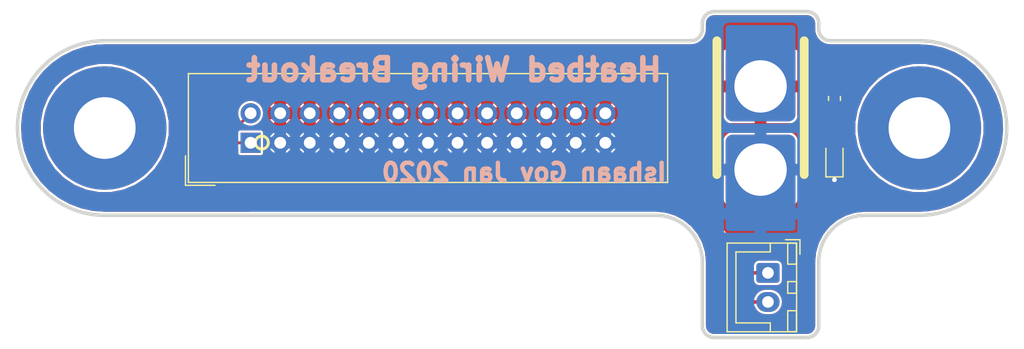
<source format=kicad_pcb>
(kicad_pcb (version 20171130) (host pcbnew "(5.1.4)-1")

  (general
    (thickness 1.6)
    (drawings 23)
    (tracks 23)
    (zones 0)
    (modules 7)
    (nets 6)
  )

  (page A4)
  (layers
    (0 F.Cu signal)
    (31 B.Cu signal)
    (32 B.Adhes user)
    (33 F.Adhes user)
    (34 B.Paste user)
    (35 F.Paste user)
    (36 B.SilkS user)
    (37 F.SilkS user)
    (38 B.Mask user)
    (39 F.Mask user)
    (40 Dwgs.User user)
    (41 Cmts.User user)
    (42 Eco1.User user)
    (43 Eco2.User user)
    (44 Edge.Cuts user)
    (45 Margin user)
    (46 B.CrtYd user)
    (47 F.CrtYd user)
    (48 B.Fab user)
    (49 F.Fab user)
  )

  (setup
    (last_trace_width 0.25)
    (user_trace_width 0.254)
    (user_trace_width 0.3048)
    (user_trace_width 0.381)
    (user_trace_width 0.4572)
    (user_trace_width 0.508)
    (user_trace_width 0.635)
    (user_trace_width 0.762)
    (user_trace_width 1.016)
    (user_trace_width 1.27)
    (trace_clearance 0.2)
    (zone_clearance 0.1524)
    (zone_45_only no)
    (trace_min 0.127)
    (via_size 0.8)
    (via_drill 0.4)
    (via_min_size 0.635)
    (via_min_drill 0.3)
    (uvia_size 0.3)
    (uvia_drill 0.1)
    (uvias_allowed no)
    (uvia_min_size 0.2)
    (uvia_min_drill 0.1)
    (edge_width 0.05)
    (segment_width 0.2)
    (pcb_text_width 0.3)
    (pcb_text_size 1.5 1.5)
    (mod_edge_width 0.12)
    (mod_text_size 1 1)
    (mod_text_width 0.15)
    (pad_size 1.524 1.524)
    (pad_drill 0.762)
    (pad_to_mask_clearance 0.051)
    (solder_mask_min_width 0.25)
    (aux_axis_origin 146.35 110)
    (grid_origin 146.35 110)
    (visible_elements 7FFFFFFF)
    (pcbplotparams
      (layerselection 0x010fc_ffffffff)
      (usegerberextensions false)
      (usegerberattributes false)
      (usegerberadvancedattributes false)
      (creategerberjobfile false)
      (excludeedgelayer true)
      (linewidth 0.100000)
      (plotframeref false)
      (viasonmask false)
      (mode 1)
      (useauxorigin true)
      (hpglpennumber 1)
      (hpglpenspeed 20)
      (hpglpendiameter 15.000000)
      (psnegative false)
      (psa4output false)
      (plotreference true)
      (plotvalue false)
      (plotinvisibletext false)
      (padsonsilk false)
      (subtractmaskfromsilk true)
      (outputformat 1)
      (mirror false)
      (drillshape 0)
      (scaleselection 1)
      (outputdirectory "Heatbed Breakout 3-27-1601/"))
  )

  (net 0 "")
  (net 1 "Net-(D1-Pad2)")
  (net 2 "Net-(J1-Pad2)")
  (net 3 "Net-(J1-Pad1)")
  (net 4 /H-)
  (net 5 /H+)

  (net_class Default "This is the default net class."
    (clearance 0.2)
    (trace_width 0.25)
    (via_dia 0.8)
    (via_drill 0.4)
    (uvia_dia 0.3)
    (uvia_drill 0.1)
    (add_net /H+)
    (add_net /H-)
    (add_net "Net-(D1-Pad2)")
    (add_net "Net-(J1-Pad1)")
    (add_net "Net-(J1-Pad2)")
  )

  (module Custom-Electromechanical:XT60-Female (layer F.Cu) (tedit 5E7181C7) (tstamp 5E2F872F)
    (at 146.35 110 270)
    (descr "Connector XT-60 Female")
    (tags "Connector AMASS XT 60 RC Battery LiPo")
    (path /5E30A6DE)
    (fp_text reference J2 (at 0 5 90) (layer F.SilkS) hide
      (effects (font (size 1 1) (thickness 0.15)))
    )
    (fp_text value Conn_XT (at 0 -5 90) (layer F.Fab)
      (effects (font (size 1 1) (thickness 0.15)))
    )
    (fp_line (start -7.5 -3.75) (end 4 -3.75) (layer F.SilkS) (width 0.75))
    (fp_line (start -7.5 3.75) (end 4 3.75) (layer F.SilkS) (width 0.75))
    (pad + thru_hole roundrect (at -3.575 0 270) (size 6 6) (drill 4.5) (layers *.Cu *.Mask) (roundrect_rratio 0.1)
      (net 5 /H+))
    (pad - thru_hole roundrect (at 3.575 0 90) (size 6 6) (drill 4.5) (layers *.Cu *.Mask) (roundrect_rratio 0.1)
      (net 4 /H-))
    (pad + smd roundrect (at -7.35 0 90) (size 3 6) (layers B.Cu B.Mask) (roundrect_rratio 0.1)
      (net 5 /H+))
    (pad - smd roundrect (at 7.35 0 90) (size 3 6) (layers B.Cu B.Mask) (roundrect_rratio 0.1)
      (net 4 /H-))
    (model :CUSTOM_3D:XT60-Female.stp
      (at (xyz 0 0 0))
      (scale (xyz 1 1 1))
      (rotate (xyz 0 0 180))
    )
  )

  (module MountingHole:MountingHole_5.3mm_M5_Pad (layer F.Cu) (tedit 56D1B4CB) (tstamp 5E2E842A)
    (at 160 110)
    (descr "Mounting Hole 5.3mm, M5")
    (tags "mounting hole 5.3mm m5")
    (path /5E329846)
    (attr virtual)
    (fp_text reference H2 (at 0 -6.3) (layer F.SilkS) hide
      (effects (font (size 1 1) (thickness 0.15)))
    )
    (fp_text value MountingHole (at 0 6.3) (layer F.Fab) hide
      (effects (font (size 1 1) (thickness 0.15)))
    )
    (fp_circle (center 0 0) (end 5.55 0) (layer F.CrtYd) (width 0.05))
    (fp_circle (center 0 0) (end 5.3 0) (layer Cmts.User) (width 0.15))
    (fp_text user %R (at 0.3 0) (layer F.Fab) hide
      (effects (font (size 1 1) (thickness 0.15)))
    )
    (pad 1 thru_hole circle (at 0 0) (size 10.6 10.6) (drill 5.3) (layers *.Cu *.Mask))
  )

  (module MountingHole:MountingHole_5.3mm_M5_Pad (layer F.Cu) (tedit 56D1B4CB) (tstamp 5E2E8415)
    (at 90 110)
    (descr "Mounting Hole 5.3mm, M5")
    (tags "mounting hole 5.3mm m5")
    (path /5E3293F2)
    (attr virtual)
    (fp_text reference H1 (at 0 -6.3) (layer F.SilkS) hide
      (effects (font (size 1 1) (thickness 0.15)))
    )
    (fp_text value MountingHole (at 0 6.3) (layer F.Fab) hide
      (effects (font (size 1 1) (thickness 0.15)))
    )
    (fp_circle (center 0 0) (end 5.55 0) (layer F.CrtYd) (width 0.05))
    (fp_circle (center 0 0) (end 5.3 0) (layer Cmts.User) (width 0.15))
    (fp_text user %R (at 0.3 0) (layer F.Fab) hide
      (effects (font (size 1 1) (thickness 0.15)))
    )
    (pad 1 thru_hole circle (at 0 0) (size 10.6 10.6) (drill 5.3) (layers *.Cu *.Mask))
  )

  (module Resistor_SMD:R_0603_1608Metric_Pad1.05x0.95mm_HandSolder (layer F.Cu) (tedit 5B301BBD) (tstamp 5E2E8169)
    (at 152.7 107.46 270)
    (descr "Resistor SMD 0603 (1608 Metric), square (rectangular) end terminal, IPC_7351 nominal with elongated pad for handsoldering. (Body size source: http://www.tortai-tech.com/upload/download/2011102023233369053.pdf), generated with kicad-footprint-generator")
    (tags "resistor handsolder")
    (path /5E30F922)
    (attr smd)
    (fp_text reference R1 (at 0 -1.43 90) (layer F.SilkS) hide
      (effects (font (size 1 1) (thickness 0.15)))
    )
    (fp_text value 2K (at 0 1.43 90) (layer F.Fab) hide
      (effects (font (size 1 1) (thickness 0.15)))
    )
    (fp_text user %R (at 0 0 90) (layer F.Fab) hide
      (effects (font (size 0.4 0.4) (thickness 0.06)))
    )
    (fp_line (start 1.65 0.73) (end -1.65 0.73) (layer F.CrtYd) (width 0.05))
    (fp_line (start 1.65 -0.73) (end 1.65 0.73) (layer F.CrtYd) (width 0.05))
    (fp_line (start -1.65 -0.73) (end 1.65 -0.73) (layer F.CrtYd) (width 0.05))
    (fp_line (start -1.65 0.73) (end -1.65 -0.73) (layer F.CrtYd) (width 0.05))
    (fp_line (start -0.171267 0.51) (end 0.171267 0.51) (layer F.SilkS) (width 0.12))
    (fp_line (start -0.171267 -0.51) (end 0.171267 -0.51) (layer F.SilkS) (width 0.12))
    (fp_line (start 0.8 0.4) (end -0.8 0.4) (layer F.Fab) (width 0.1))
    (fp_line (start 0.8 -0.4) (end 0.8 0.4) (layer F.Fab) (width 0.1))
    (fp_line (start -0.8 -0.4) (end 0.8 -0.4) (layer F.Fab) (width 0.1))
    (fp_line (start -0.8 0.4) (end -0.8 -0.4) (layer F.Fab) (width 0.1))
    (pad 2 smd roundrect (at 0.875 0 270) (size 1.05 0.95) (layers F.Cu F.Paste F.Mask) (roundrect_rratio 0.25)
      (net 1 "Net-(D1-Pad2)"))
    (pad 1 smd roundrect (at -0.875 0 270) (size 1.05 0.95) (layers F.Cu F.Paste F.Mask) (roundrect_rratio 0.25)
      (net 5 /H+))
    (model ${KISYS3DMOD}/Resistor_SMD.3dshapes/R_0603_1608Metric.wrl
      (at (xyz 0 0 0))
      (scale (xyz 1 1 1))
      (rotate (xyz 0 0 0))
    )
  )

  (module Connector_JST:JST_XH_B2B-XH-A_1x02_P2.50mm_Vertical (layer F.Cu) (tedit 5C28146C) (tstamp 5E2E7AB7)
    (at 146.985 122.446 270)
    (descr "JST XH series connector, B2B-XH-A (http://www.jst-mfg.com/product/pdf/eng/eXH.pdf), generated with kicad-footprint-generator")
    (tags "connector JST XH vertical")
    (path /5E315402)
    (fp_text reference J3 (at 1.25 -3.55 90) (layer F.SilkS) hide
      (effects (font (size 1 1) (thickness 0.15)))
    )
    (fp_text value Conn_01x02 (at 1.25 4.6 90) (layer F.Fab) hide
      (effects (font (size 1 1) (thickness 0.15)))
    )
    (fp_text user %R (at 1.25 2.7 90) (layer F.Fab) hide
      (effects (font (size 1 1) (thickness 0.15)))
    )
    (fp_line (start -2.85 -2.75) (end -2.85 -1.5) (layer F.SilkS) (width 0.12))
    (fp_line (start -1.6 -2.75) (end -2.85 -2.75) (layer F.SilkS) (width 0.12))
    (fp_line (start 4.3 2.75) (end 1.25 2.75) (layer F.SilkS) (width 0.12))
    (fp_line (start 4.3 -0.2) (end 4.3 2.75) (layer F.SilkS) (width 0.12))
    (fp_line (start 5.05 -0.2) (end 4.3 -0.2) (layer F.SilkS) (width 0.12))
    (fp_line (start -1.8 2.75) (end 1.25 2.75) (layer F.SilkS) (width 0.12))
    (fp_line (start -1.8 -0.2) (end -1.8 2.75) (layer F.SilkS) (width 0.12))
    (fp_line (start -2.55 -0.2) (end -1.8 -0.2) (layer F.SilkS) (width 0.12))
    (fp_line (start 5.05 -2.45) (end 3.25 -2.45) (layer F.SilkS) (width 0.12))
    (fp_line (start 5.05 -1.7) (end 5.05 -2.45) (layer F.SilkS) (width 0.12))
    (fp_line (start 3.25 -1.7) (end 5.05 -1.7) (layer F.SilkS) (width 0.12))
    (fp_line (start 3.25 -2.45) (end 3.25 -1.7) (layer F.SilkS) (width 0.12))
    (fp_line (start -0.75 -2.45) (end -2.55 -2.45) (layer F.SilkS) (width 0.12))
    (fp_line (start -0.75 -1.7) (end -0.75 -2.45) (layer F.SilkS) (width 0.12))
    (fp_line (start -2.55 -1.7) (end -0.75 -1.7) (layer F.SilkS) (width 0.12))
    (fp_line (start -2.55 -2.45) (end -2.55 -1.7) (layer F.SilkS) (width 0.12))
    (fp_line (start 1.75 -2.45) (end 0.75 -2.45) (layer F.SilkS) (width 0.12))
    (fp_line (start 1.75 -1.7) (end 1.75 -2.45) (layer F.SilkS) (width 0.12))
    (fp_line (start 0.75 -1.7) (end 1.75 -1.7) (layer F.SilkS) (width 0.12))
    (fp_line (start 0.75 -2.45) (end 0.75 -1.7) (layer F.SilkS) (width 0.12))
    (fp_line (start 0 -1.35) (end 0.625 -2.35) (layer F.Fab) (width 0.1))
    (fp_line (start -0.625 -2.35) (end 0 -1.35) (layer F.Fab) (width 0.1))
    (fp_line (start 5.45 -2.85) (end -2.95 -2.85) (layer F.CrtYd) (width 0.05))
    (fp_line (start 5.45 3.9) (end 5.45 -2.85) (layer F.CrtYd) (width 0.05))
    (fp_line (start -2.95 3.9) (end 5.45 3.9) (layer F.CrtYd) (width 0.05))
    (fp_line (start -2.95 -2.85) (end -2.95 3.9) (layer F.CrtYd) (width 0.05))
    (fp_line (start 5.06 -2.46) (end -2.56 -2.46) (layer F.SilkS) (width 0.12))
    (fp_line (start 5.06 3.51) (end 5.06 -2.46) (layer F.SilkS) (width 0.12))
    (fp_line (start -2.56 3.51) (end 5.06 3.51) (layer F.SilkS) (width 0.12))
    (fp_line (start -2.56 -2.46) (end -2.56 3.51) (layer F.SilkS) (width 0.12))
    (fp_line (start 4.95 -2.35) (end -2.45 -2.35) (layer F.Fab) (width 0.1))
    (fp_line (start 4.95 3.4) (end 4.95 -2.35) (layer F.Fab) (width 0.1))
    (fp_line (start -2.45 3.4) (end 4.95 3.4) (layer F.Fab) (width 0.1))
    (fp_line (start -2.45 -2.35) (end -2.45 3.4) (layer F.Fab) (width 0.1))
    (pad 2 thru_hole oval (at 2.5 0 270) (size 1.7 2) (drill 1) (layers *.Cu *.Mask)
      (net 2 "Net-(J1-Pad2)"))
    (pad 1 thru_hole roundrect (at 0 0 270) (size 1.7 2) (drill 1) (layers *.Cu *.Mask) (roundrect_rratio 0.147059)
      (net 3 "Net-(J1-Pad1)"))
    (model ${KISYS3DMOD}/Connector_JST.3dshapes/JST_XH_B2B-XH-A_1x02_P2.50mm_Vertical.wrl
      (at (xyz 0 0 0))
      (scale (xyz 1 1 1))
      (rotate (xyz 0 0 0))
    )
  )

  (module Connector_IDC:IDC-Header_2x13_P2.54mm_Vertical (layer F.Cu) (tedit 59DE1198) (tstamp 5E2E730E)
    (at 102.535 111.27 90)
    (descr "Through hole straight IDC box header, 2x13, 2.54mm pitch, double rows")
    (tags "Through hole IDC box header THT 2x13 2.54mm double row")
    (path /5E303A60)
    (fp_text reference J1 (at 1.27 -6.604 90) (layer F.SilkS) hide
      (effects (font (size 1 1) (thickness 0.15)))
    )
    (fp_text value Conn_02x13_Odd_Even (at 1.27 37.084 90) (layer F.Fab) hide
      (effects (font (size 1 1) (thickness 0.15)))
    )
    (fp_line (start -3.655 -5.6) (end -1.115 -5.6) (layer F.SilkS) (width 0.12))
    (fp_line (start -3.655 -5.6) (end -3.655 -3.06) (layer F.SilkS) (width 0.12))
    (fp_line (start -3.405 -5.35) (end 5.945 -5.35) (layer F.SilkS) (width 0.12))
    (fp_line (start -3.405 35.83) (end -3.405 -5.35) (layer F.SilkS) (width 0.12))
    (fp_line (start 5.945 35.83) (end -3.405 35.83) (layer F.SilkS) (width 0.12))
    (fp_line (start 5.945 -5.35) (end 5.945 35.83) (layer F.SilkS) (width 0.12))
    (fp_line (start -3.41 -5.35) (end 5.95 -5.35) (layer F.CrtYd) (width 0.05))
    (fp_line (start -3.41 35.83) (end -3.41 -5.35) (layer F.CrtYd) (width 0.05))
    (fp_line (start 5.95 35.83) (end -3.41 35.83) (layer F.CrtYd) (width 0.05))
    (fp_line (start 5.95 -5.35) (end 5.95 35.83) (layer F.CrtYd) (width 0.05))
    (fp_line (start -3.155 35.58) (end -2.605 35.02) (layer F.Fab) (width 0.1))
    (fp_line (start -3.155 -5.1) (end -2.605 -4.56) (layer F.Fab) (width 0.1))
    (fp_line (start 5.695 35.58) (end 5.145 35.02) (layer F.Fab) (width 0.1))
    (fp_line (start 5.695 -5.1) (end 5.145 -4.56) (layer F.Fab) (width 0.1))
    (fp_line (start 5.145 35.02) (end -2.605 35.02) (layer F.Fab) (width 0.1))
    (fp_line (start 5.695 35.58) (end -3.155 35.58) (layer F.Fab) (width 0.1))
    (fp_line (start 5.145 -4.56) (end -2.605 -4.56) (layer F.Fab) (width 0.1))
    (fp_line (start 5.695 -5.1) (end -3.155 -5.1) (layer F.Fab) (width 0.1))
    (fp_line (start -2.605 17.49) (end -3.155 17.49) (layer F.Fab) (width 0.1))
    (fp_line (start -2.605 12.99) (end -3.155 12.99) (layer F.Fab) (width 0.1))
    (fp_line (start -2.605 17.49) (end -2.605 35.02) (layer F.Fab) (width 0.1))
    (fp_line (start -2.605 -4.56) (end -2.605 12.99) (layer F.Fab) (width 0.1))
    (fp_line (start -3.155 -5.1) (end -3.155 35.58) (layer F.Fab) (width 0.1))
    (fp_line (start 5.145 -4.56) (end 5.145 35.02) (layer F.Fab) (width 0.1))
    (fp_line (start 5.695 -5.1) (end 5.695 35.58) (layer F.Fab) (width 0.1))
    (fp_text user %R (at 1.27 15.24 90) (layer F.Fab) hide
      (effects (font (size 1 1) (thickness 0.15)))
    )
    (pad 26 thru_hole oval (at 2.54 30.48 90) (size 1.7272 1.7272) (drill 1.016) (layers *.Cu *.Mask)
      (net 5 /H+))
    (pad 25 thru_hole oval (at 0 30.48 90) (size 1.7272 1.7272) (drill 1.016) (layers *.Cu *.Mask)
      (net 4 /H-))
    (pad 24 thru_hole oval (at 2.54 27.94 90) (size 1.7272 1.7272) (drill 1.016) (layers *.Cu *.Mask)
      (net 5 /H+))
    (pad 23 thru_hole oval (at 0 27.94 90) (size 1.7272 1.7272) (drill 1.016) (layers *.Cu *.Mask)
      (net 4 /H-))
    (pad 22 thru_hole oval (at 2.54 25.4 90) (size 1.7272 1.7272) (drill 1.016) (layers *.Cu *.Mask)
      (net 5 /H+))
    (pad 21 thru_hole oval (at 0 25.4 90) (size 1.7272 1.7272) (drill 1.016) (layers *.Cu *.Mask)
      (net 4 /H-))
    (pad 20 thru_hole oval (at 2.54 22.86 90) (size 1.7272 1.7272) (drill 1.016) (layers *.Cu *.Mask)
      (net 5 /H+))
    (pad 19 thru_hole oval (at 0 22.86 90) (size 1.7272 1.7272) (drill 1.016) (layers *.Cu *.Mask)
      (net 4 /H-))
    (pad 18 thru_hole oval (at 2.54 20.32 90) (size 1.7272 1.7272) (drill 1.016) (layers *.Cu *.Mask)
      (net 5 /H+))
    (pad 17 thru_hole oval (at 0 20.32 90) (size 1.7272 1.7272) (drill 1.016) (layers *.Cu *.Mask)
      (net 4 /H-))
    (pad 16 thru_hole oval (at 2.54 17.78 90) (size 1.7272 1.7272) (drill 1.016) (layers *.Cu *.Mask)
      (net 5 /H+))
    (pad 15 thru_hole oval (at 0 17.78 90) (size 1.7272 1.7272) (drill 1.016) (layers *.Cu *.Mask)
      (net 4 /H-))
    (pad 14 thru_hole oval (at 2.54 15.24 90) (size 1.7272 1.7272) (drill 1.016) (layers *.Cu *.Mask)
      (net 5 /H+))
    (pad 13 thru_hole oval (at 0 15.24 90) (size 1.7272 1.7272) (drill 1.016) (layers *.Cu *.Mask)
      (net 4 /H-))
    (pad 12 thru_hole oval (at 2.54 12.7 90) (size 1.7272 1.7272) (drill 1.016) (layers *.Cu *.Mask)
      (net 5 /H+))
    (pad 11 thru_hole oval (at 0 12.7 90) (size 1.7272 1.7272) (drill 1.016) (layers *.Cu *.Mask)
      (net 4 /H-))
    (pad 10 thru_hole oval (at 2.54 10.16 90) (size 1.7272 1.7272) (drill 1.016) (layers *.Cu *.Mask)
      (net 5 /H+))
    (pad 9 thru_hole oval (at 0 10.16 90) (size 1.7272 1.7272) (drill 1.016) (layers *.Cu *.Mask)
      (net 4 /H-))
    (pad 8 thru_hole oval (at 2.54 7.62 90) (size 1.7272 1.7272) (drill 1.016) (layers *.Cu *.Mask)
      (net 5 /H+))
    (pad 7 thru_hole oval (at 0 7.62 90) (size 1.7272 1.7272) (drill 1.016) (layers *.Cu *.Mask)
      (net 4 /H-))
    (pad 6 thru_hole oval (at 2.54 5.08 90) (size 1.7272 1.7272) (drill 1.016) (layers *.Cu *.Mask)
      (net 5 /H+))
    (pad 5 thru_hole oval (at 0 5.08 90) (size 1.7272 1.7272) (drill 1.016) (layers *.Cu *.Mask)
      (net 4 /H-))
    (pad 4 thru_hole oval (at 2.54 2.54 90) (size 1.7272 1.7272) (drill 1.016) (layers *.Cu *.Mask)
      (net 5 /H+))
    (pad 3 thru_hole oval (at 0 2.54 90) (size 1.7272 1.7272) (drill 1.016) (layers *.Cu *.Mask)
      (net 4 /H-))
    (pad 2 thru_hole oval (at 2.54 0 90) (size 1.7272 1.7272) (drill 1.016) (layers *.Cu *.Mask)
      (net 2 "Net-(J1-Pad2)"))
    (pad 1 thru_hole rect (at 0 0 90) (size 1.7272 1.7272) (drill 1.016) (layers *.Cu *.Mask)
      (net 3 "Net-(J1-Pad1)"))
    (model ${KISYS3DMOD}/Connector_IDC.3dshapes/IDC-Header_2x13_P2.54mm_Vertical.wrl
      (at (xyz 0 0 0))
      (scale (xyz 1 1 1))
      (rotate (xyz 0 0 0))
    )
  )

  (module LED_SMD:LED_0603_1608Metric_Pad1.05x0.95mm_HandSolder (layer F.Cu) (tedit 5B4B45C9) (tstamp 5EB09607)
    (at 152.7 112.54 90)
    (descr "LED SMD 0603 (1608 Metric), square (rectangular) end terminal, IPC_7351 nominal, (Body size source: http://www.tortai-tech.com/upload/download/2011102023233369053.pdf), generated with kicad-footprint-generator")
    (tags "LED handsolder")
    (path /5E3102B8)
    (attr smd)
    (fp_text reference D1 (at 0 -1.43 90) (layer F.SilkS) hide
      (effects (font (size 1 1) (thickness 0.15)))
    )
    (fp_text value RED (at 0 1.43 90) (layer F.Fab) hide
      (effects (font (size 1 1) (thickness 0.15)))
    )
    (fp_text user %R (at 0 0 90) (layer F.Fab) hide
      (effects (font (size 0.4 0.4) (thickness 0.06)))
    )
    (fp_line (start 1.65 0.73) (end -1.65 0.73) (layer F.CrtYd) (width 0.05))
    (fp_line (start 1.65 -0.73) (end 1.65 0.73) (layer F.CrtYd) (width 0.05))
    (fp_line (start -1.65 -0.73) (end 1.65 -0.73) (layer F.CrtYd) (width 0.05))
    (fp_line (start -1.65 0.73) (end -1.65 -0.73) (layer F.CrtYd) (width 0.05))
    (fp_line (start -1.66 0.735) (end 0.8 0.735) (layer F.SilkS) (width 0.12))
    (fp_line (start -1.66 -0.735) (end -1.66 0.735) (layer F.SilkS) (width 0.12))
    (fp_line (start 0.8 -0.735) (end -1.66 -0.735) (layer F.SilkS) (width 0.12))
    (fp_line (start 0.8 0.4) (end 0.8 -0.4) (layer F.Fab) (width 0.1))
    (fp_line (start -0.8 0.4) (end 0.8 0.4) (layer F.Fab) (width 0.1))
    (fp_line (start -0.8 -0.1) (end -0.8 0.4) (layer F.Fab) (width 0.1))
    (fp_line (start -0.5 -0.4) (end -0.8 -0.1) (layer F.Fab) (width 0.1))
    (fp_line (start 0.8 -0.4) (end -0.5 -0.4) (layer F.Fab) (width 0.1))
    (pad 2 smd roundrect (at 0.875 0 90) (size 1.05 0.95) (layers F.Cu F.Paste F.Mask) (roundrect_rratio 0.25)
      (net 1 "Net-(D1-Pad2)"))
    (pad 1 smd roundrect (at -0.875 0 90) (size 1.05 0.95) (layers F.Cu F.Paste F.Mask) (roundrect_rratio 0.25)
      (net 4 /H-))
    (model ${KISYS3DMOD}/LED_SMD.3dshapes/LED_0603_1608Metric.wrl
      (at (xyz 0 0 0))
      (scale (xyz 1 1 1))
      (rotate (xyz 0 0 0))
    )
  )

  (gr_arc (start 90 110) (end 90 102.5) (angle -180) (layer Edge.Cuts) (width 0.304799))
  (gr_arc (start 137.349999 121.5) (end 141.349999 121.5) (angle -90) (layer Edge.Cuts) (width 0.304799))
  (gr_arc (start 140.349999 101.5) (end 140.349999 102.5) (angle -90) (layer Edge.Cuts) (width 0.304799))
  (gr_line (start 90 117.5) (end 137.349999 117.5) (layer Edge.Cuts) (width 0.304799))
  (gr_line (start 151.35 101.5) (end 151.35 101) (layer Edge.Cuts) (width 0.304799))
  (gr_arc (start 142.349999 101.000001) (end 142.35 100) (angle -90) (layer Edge.Cuts) (width 0.304799))
  (gr_line (start 141.349999 121.5) (end 141.35 127) (layer Edge.Cuts) (width 0.304799))
  (gr_line (start 160 102.5) (end 152.349999 102.5) (layer Edge.Cuts) (width 0.304799))
  (gr_arc (start 150.349999 101.000001) (end 151.35 101) (angle -90) (layer Edge.Cuts) (width 0.304799))
  (gr_arc (start 152.349999 101.500001) (end 151.35 101.5) (angle -90) (layer Edge.Cuts) (width 0.304799))
  (gr_line (start 155.35 117.5) (end 160 117.5) (layer Edge.Cuts) (width 0.304799))
  (gr_arc (start 160 110) (end 160 117.5) (angle -180) (layer Edge.Cuts) (width 0.304799))
  (gr_arc (start 155.35 121.5) (end 155.35 117.5) (angle -90) (layer Edge.Cuts) (width 0.304799))
  (gr_arc (start 150.35 127) (end 150.35 128) (angle -90) (layer Edge.Cuts) (width 0.304799))
  (gr_line (start 141.349999 101) (end 141.349999 101.5) (layer Edge.Cuts) (width 0.304799))
  (gr_arc (start 142.35 127) (end 141.35 127) (angle -90) (layer Edge.Cuts) (width 0.304799))
  (gr_line (start 140.349999 102.5) (end 90 102.5) (layer Edge.Cuts) (width 0.304799))
  (gr_line (start 150.349999 100) (end 142.35 100) (layer Edge.Cuts) (width 0.304799))
  (gr_line (start 151.35 127) (end 151.35 121.5) (layer Edge.Cuts) (width 0.304799))
  (gr_line (start 142.35 128) (end 150.35 128) (layer Edge.Cuts) (width 0.304799))
  (gr_text "Ishaan Gov Jan 2020" (at 126.03 113.81) (layer B.SilkS)
    (effects (font (size 1.5 1.5) (thickness 0.375)) (justify mirror))
  )
  (gr_text "Heatbed Wiring Breakout" (at 120 105) (layer B.SilkS)
    (effects (font (size 1.905 1.905) (thickness 0.47625)) (justify mirror))
  )
  (gr_circle (center 103.5 111.25) (end 104.059017 111.25) (layer F.SilkS) (width 0.254))

  (segment (start 152.7 108.335) (end 152.7 111.665) (width 0.254) (layer F.Cu) (net 1))
  (segment (start 104.742092 116.731) (end 102.535 116.731) (width 0.254) (layer F.Cu) (net 2))
  (segment (start 102.535 116.731) (end 100.249 114.445) (width 0.254) (layer F.Cu) (net 2))
  (segment (start 100.249 111.016) (end 102.535 108.73) (width 0.254) (layer F.Cu) (net 2))
  (segment (start 100.249 114.445) (end 100.249 111.016) (width 0.254) (layer F.Cu) (net 2))
  (segment (start 143.77 124.946) (end 146.985 124.946) (width 0.3048) (layer F.Cu) (net 2))
  (segment (start 142.413 123.589) (end 143.77 124.946) (width 0.3048) (layer F.Cu) (net 2))
  (segment (start 142.413 119.525) (end 142.413 123.589) (width 0.3048) (layer F.Cu) (net 2))
  (segment (start 104.742092 116.731) (end 139.619 116.731) (width 0.3048) (layer F.Cu) (net 2))
  (segment (start 139.619 116.731) (end 142.413 119.525) (width 0.3048) (layer F.Cu) (net 2))
  (segment (start 105.075 116.096) (end 102.789 116.096) (width 0.254) (layer F.Cu) (net 3))
  (segment (start 102.789 116.096) (end 100.757 114.064) (width 0.254) (layer F.Cu) (net 3))
  (segment (start 100.757 114.064) (end 100.757 111.778) (width 0.254) (layer F.Cu) (net 3))
  (segment (start 101.265 111.27) (end 102.535 111.27) (width 0.254) (layer F.Cu) (net 3))
  (segment (start 100.757 111.778) (end 101.265 111.27) (width 0.254) (layer F.Cu) (net 3))
  (segment (start 143.556 122.446) (end 146.985 122.446) (width 0.3048) (layer F.Cu) (net 3))
  (segment (start 143.048 121.938) (end 143.556 122.446) (width 0.3048) (layer F.Cu) (net 3))
  (segment (start 143.048 119.144) (end 143.048 121.938) (width 0.3048) (layer F.Cu) (net 3))
  (segment (start 105.075 116.096) (end 140 116.096) (width 0.3048) (layer F.Cu) (net 3))
  (segment (start 140 116.096) (end 143.048 119.144) (width 0.3048) (layer F.Cu) (net 3))
  (via (at 152.7 114.445) (size 0.8) (drill 0.4) (layers F.Cu B.Cu) (net 4))
  (segment (start 152.7 113.415) (end 152.7 114.445) (width 0.254) (layer F.Cu) (net 4))
  (segment (start 148.89 103) (end 148.89 106.45) (width 0.25) (layer B.Cu) (net 5))

  (zone (net 5) (net_name /H+) (layer F.Cu) (tstamp 5E7E5CA3) (hatch edge 0.508)
    (connect_pads (clearance 0.1524))
    (min_thickness 0.1524)
    (fill yes (arc_segments 32) (thermal_gap 0.1524) (thermal_bridge_width 1.016))
    (polygon
      (pts
        (xy 81 110) (xy 81 99) (xy 169 99) (xy 169 129) (xy 81 129)
      )
    )
    (filled_polygon
      (pts
        (xy 150.469876 100.394581) (xy 150.585185 100.429394) (xy 150.691537 100.485942) (xy 150.784883 100.562073) (xy 150.86166 100.654881)
        (xy 150.918951 100.760837) (xy 150.954568 100.875898) (xy 150.969002 101.013226) (xy 150.969001 101.518712) (xy 150.970636 101.535316)
        (xy 150.970593 101.541513) (xy 150.971112 101.546807) (xy 150.991513 101.740904) (xy 150.998461 101.774752) (xy 151.004927 101.808648)
        (xy 151.006464 101.813741) (xy 151.064175 102.000178) (xy 151.077568 102.032039) (xy 151.090493 102.06403) (xy 151.092991 102.068727)
        (xy 151.185817 102.240406) (xy 151.205131 102.269041) (xy 151.224035 102.297929) (xy 151.227392 102.302044) (xy 151.227397 102.302051)
        (xy 151.227403 102.302057) (xy 151.351801 102.452428) (xy 151.376278 102.476735) (xy 151.400462 102.501431) (xy 151.404561 102.504822)
        (xy 151.555804 102.628173) (xy 151.584525 102.647256) (xy 151.613058 102.666793) (xy 151.617738 102.669323) (xy 151.79006 102.760948)
        (xy 151.821979 102.774104) (xy 151.853725 102.787711) (xy 151.858807 102.789284) (xy 152.045644 102.845693) (xy 152.079532 102.852403)
        (xy 152.113294 102.85958) (xy 152.118585 102.860136) (xy 152.312818 102.879181) (xy 152.312827 102.879181) (xy 152.331286 102.880999)
        (xy 159.986196 102.880999) (xy 161.027525 102.956556) (xy 162.033531 103.178662) (xy 162.996933 103.543662) (xy 163.897557 104.043914)
        (xy 164.716532 104.668936) (xy 165.436701 105.405634) (xy 166.04298 106.238576) (xy 166.522669 107.150315) (xy 166.86572 108.121753)
        (xy 167.064942 109.13253) (xy 167.116167 110.161488) (xy 167.018318 111.187065) (xy 166.77345 112.187759) (xy 166.386687 113.142635)
        (xy 165.866128 114.031682) (xy 165.22269 114.836262) (xy 164.469841 115.539534) (xy 163.623356 116.126761) (xy 162.70097 116.585642)
        (xy 161.722003 116.906564) (xy 160.70268 117.083548) (xy 159.990517 117.119001) (xy 155.331287 117.119001) (xy 155.33063 117.119066)
        (xy 155.320752 117.1191) (xy 155.304188 117.120782) (xy 155.287545 117.120666) (xy 155.28225 117.121185) (xy 154.505863 117.202787)
        (xy 154.472048 117.209728) (xy 154.438116 117.216201) (xy 154.433023 117.217739) (xy 153.687274 117.448587) (xy 153.65545 117.461965)
        (xy 153.623423 117.474904) (xy 153.618725 117.477402) (xy 152.932016 117.848705) (xy 152.903415 117.867996) (xy 152.874493 117.886922)
        (xy 152.87037 117.890285) (xy 152.268859 118.387898) (xy 152.244495 118.412432) (xy 152.219855 118.436562) (xy 152.216469 118.440655)
        (xy 152.216464 118.44066) (xy 152.21646 118.440665) (xy 151.723062 119.045632) (xy 151.703984 119.074346) (xy 151.684443 119.102885)
        (xy 151.681913 119.107565) (xy 151.315414 119.79685) (xy 151.302258 119.828769) (xy 151.288651 119.860515) (xy 151.287078 119.865597)
        (xy 151.061441 120.612942) (xy 151.054729 120.646838) (xy 151.047554 120.680593) (xy 151.046998 120.685884) (xy 150.970819 121.462821)
        (xy 150.970819 121.462838) (xy 150.969002 121.481287) (xy 150.969001 126.981362) (xy 150.955419 127.119876) (xy 150.920605 127.235189)
        (xy 150.864058 127.341537) (xy 150.787928 127.434883) (xy 150.69512 127.51166) (xy 150.589163 127.568951) (xy 150.474103 127.604568)
        (xy 150.336782 127.619001) (xy 142.368638 127.619001) (xy 142.230124 127.605419) (xy 142.114811 127.570605) (xy 142.008463 127.514058)
        (xy 141.915117 127.437928) (xy 141.83834 127.34512) (xy 141.781049 127.239163) (xy 141.745432 127.124103) (xy 141.730999 126.986782)
        (xy 141.730997 121.481287) (xy 141.730933 121.480641) (xy 141.730899 121.470752) (xy 141.729217 121.454188) (xy 141.729333 121.437545)
        (xy 141.728814 121.43225) (xy 141.647212 120.655863) (xy 141.640271 120.622048) (xy 141.633798 120.588116) (xy 141.63226 120.583023)
        (xy 141.401412 119.837274) (xy 141.388034 119.80545) (xy 141.375095 119.773423) (xy 141.372597 119.768725) (xy 141.001294 119.082016)
        (xy 140.982003 119.053415) (xy 140.963077 119.024493) (xy 140.959714 119.02037) (xy 140.462101 118.418859) (xy 140.437567 118.394495)
        (xy 140.413437 118.369855) (xy 140.409344 118.366469) (xy 140.409339 118.366464) (xy 140.409334 118.36646) (xy 139.804367 117.873062)
        (xy 139.775653 117.853984) (xy 139.747114 117.834443) (xy 139.742434 117.831913) (xy 139.053149 117.465414) (xy 139.02123 117.452258)
        (xy 138.989484 117.438651) (xy 138.984402 117.437078) (xy 138.237057 117.211441) (xy 138.203161 117.204729) (xy 138.169406 117.197554)
        (xy 138.164115 117.196998) (xy 137.782699 117.1596) (xy 139.441469 117.1596) (xy 141.9844 119.702532) (xy 141.984401 123.567942)
        (xy 141.982327 123.589) (xy 141.990602 123.67302) (xy 142.015111 123.753811) (xy 142.054909 123.828269) (xy 142.108469 123.893532)
        (xy 142.124819 123.906951) (xy 143.452049 125.234181) (xy 143.465468 125.250532) (xy 143.530731 125.304092) (xy 143.605189 125.34389)
        (xy 143.661471 125.360963) (xy 143.685979 125.368398) (xy 143.77 125.376673) (xy 143.791048 125.3746) (xy 145.788139 125.3746)
        (xy 145.789493 125.379063) (xy 145.894068 125.57471) (xy 146.034803 125.746197) (xy 146.20629 125.886932) (xy 146.401937 125.991507)
        (xy 146.614226 126.055905) (xy 146.779675 126.0722) (xy 147.190325 126.0722) (xy 147.355774 126.055905) (xy 147.568063 125.991507)
        (xy 147.76371 125.886932) (xy 147.935197 125.746197) (xy 148.075932 125.57471) (xy 148.180507 125.379063) (xy 148.244905 125.166774)
        (xy 148.266649 124.946) (xy 148.244905 124.725226) (xy 148.180507 124.512937) (xy 148.075932 124.31729) (xy 147.935197 124.145803)
        (xy 147.76371 124.005068) (xy 147.568063 123.900493) (xy 147.355774 123.836095) (xy 147.190325 123.8198) (xy 146.779675 123.8198)
        (xy 146.614226 123.836095) (xy 146.401937 123.900493) (xy 146.20629 124.005068) (xy 146.034803 124.145803) (xy 145.894068 124.31729)
        (xy 145.789493 124.512937) (xy 145.788139 124.5174) (xy 143.947532 124.5174) (xy 142.8416 123.411469) (xy 142.8416 122.337731)
        (xy 143.238049 122.734181) (xy 143.251468 122.750532) (xy 143.316731 122.804092) (xy 143.391189 122.84389) (xy 143.47198 122.868398)
        (xy 143.534952 122.8746) (xy 143.534961 122.8746) (xy 143.555999 122.876672) (xy 143.577037 122.8746) (xy 145.707464 122.8746)
        (xy 145.707464 123.046) (xy 145.7176 123.148917) (xy 145.74762 123.247879) (xy 145.79637 123.339083) (xy 145.861976 123.419024)
        (xy 145.941917 123.48463) (xy 146.033121 123.53338) (xy 146.132083 123.5634) (xy 146.235 123.573536) (xy 147.735 123.573536)
        (xy 147.837917 123.5634) (xy 147.936879 123.53338) (xy 148.028083 123.48463) (xy 148.108024 123.419024) (xy 148.17363 123.339083)
        (xy 148.22238 123.247879) (xy 148.2524 123.148917) (xy 148.262536 123.046) (xy 148.262536 121.846) (xy 148.2524 121.743083)
        (xy 148.22238 121.644121) (xy 148.17363 121.552917) (xy 148.108024 121.472976) (xy 148.028083 121.40737) (xy 147.936879 121.35862)
        (xy 147.837917 121.3286) (xy 147.735 121.318464) (xy 146.235 121.318464) (xy 146.132083 121.3286) (xy 146.033121 121.35862)
        (xy 145.941917 121.40737) (xy 145.861976 121.472976) (xy 145.79637 121.552917) (xy 145.74762 121.644121) (xy 145.7176 121.743083)
        (xy 145.707464 121.846) (xy 145.707464 122.0174) (xy 143.733532 122.0174) (xy 143.4766 121.760469) (xy 143.4766 119.165048)
        (xy 143.478673 119.144) (xy 143.470398 119.059979) (xy 143.458382 119.02037) (xy 143.44589 118.979189) (xy 143.406092 118.904731)
        (xy 143.352532 118.839468) (xy 143.336182 118.82605) (xy 140.317955 115.807824) (xy 140.304532 115.791468) (xy 140.239269 115.737908)
        (xy 140.164811 115.69811) (xy 140.08402 115.673602) (xy 140.021048 115.6674) (xy 140 115.665327) (xy 139.978952 115.6674)
        (xy 105.053952 115.6674) (xy 104.99098 115.673602) (xy 104.927693 115.6928) (xy 102.956011 115.6928) (xy 101.1602 113.89699)
        (xy 101.1602 111.94501) (xy 101.393864 111.711347) (xy 101.393864 112.1336) (xy 101.399197 112.187745) (xy 101.41499 112.239808)
        (xy 101.440637 112.287791) (xy 101.475152 112.329848) (xy 101.517209 112.364363) (xy 101.565192 112.39001) (xy 101.617255 112.405803)
        (xy 101.6714 112.411136) (xy 103.3986 112.411136) (xy 103.452745 112.405803) (xy 103.504808 112.39001) (xy 103.552791 112.364363)
        (xy 103.594848 112.329848) (xy 103.629363 112.287791) (xy 103.65501 112.239808) (xy 103.670803 112.187745) (xy 103.676136 112.1336)
        (xy 103.676136 111.27) (xy 103.929685 111.27) (xy 103.951692 111.49344) (xy 104.016867 111.708293) (xy 104.122705 111.906303)
        (xy 104.26514 112.07986) (xy 104.438697 112.222295) (xy 104.636707 112.328133) (xy 104.85156 112.393308) (xy 105.019005 112.4098)
        (xy 105.130995 112.4098) (xy 105.29844 112.393308) (xy 105.513293 112.328133) (xy 105.711303 112.222295) (xy 105.88486 112.07986)
        (xy 106.027295 111.906303) (xy 106.133133 111.708293) (xy 106.198308 111.49344) (xy 106.220315 111.27) (xy 106.469685 111.27)
        (xy 106.491692 111.49344) (xy 106.556867 111.708293) (xy 106.662705 111.906303) (xy 106.80514 112.07986) (xy 106.978697 112.222295)
        (xy 107.176707 112.328133) (xy 107.39156 112.393308) (xy 107.559005 112.4098) (xy 107.670995 112.4098) (xy 107.83844 112.393308)
        (xy 108.053293 112.328133) (xy 108.251303 112.222295) (xy 108.42486 112.07986) (xy 108.567295 111.906303) (xy 108.673133 111.708293)
        (xy 108.738308 111.49344) (xy 108.760315 111.27) (xy 109.009685 111.27) (xy 109.031692 111.49344) (xy 109.096867 111.708293)
        (xy 109.202705 111.906303) (xy 109.34514 112.07986) (xy 109.518697 112.222295) (xy 109.716707 112.328133) (xy 109.93156 112.393308)
        (xy 110.099005 112.4098) (xy 110.210995 112.4098) (xy 110.37844 112.393308) (xy 110.593293 112.328133) (xy 110.791303 112.222295)
        (xy 110.96486 112.07986) (xy 111.107295 111.906303) (xy 111.213133 111.708293) (xy 111.278308 111.49344) (xy 111.300315 111.27)
        (xy 111.549685 111.27) (xy 111.571692 111.49344) (xy 111.636867 111.708293) (xy 111.742705 111.906303) (xy 111.88514 112.07986)
        (xy 112.058697 112.222295) (xy 112.256707 112.328133) (xy 112.47156 112.393308) (xy 112.639005 112.4098) (xy 112.750995 112.4098)
        (xy 112.91844 112.393308) (xy 113.133293 112.328133) (xy 113.331303 112.222295) (xy 113.50486 112.07986) (xy 113.647295 111.906303)
        (xy 113.753133 111.708293) (xy 113.818308 111.49344) (xy 113.840315 111.27) (xy 114.089685 111.27) (xy 114.111692 111.49344)
        (xy 114.176867 111.708293) (xy 114.282705 111.906303) (xy 114.42514 112.07986) (xy 114.598697 112.222295) (xy 114.796707 112.328133)
        (xy 115.01156 112.393308) (xy 115.179005 112.4098) (xy 115.290995 112.4098) (xy 115.45844 112.393308) (xy 115.673293 112.328133)
        (xy 115.871303 112.222295) (xy 116.04486 112.07986) (xy 116.187295 111.906303) (xy 116.293133 111.708293) (xy 116.358308 111.49344)
        (xy 116.380315 111.27) (xy 116.629685 111.27) (xy 116.651692 111.49344) (xy 116.716867 111.708293) (xy 116.822705 111.906303)
        (xy 116.96514 112.07986) (xy 117.138697 112.222295) (xy 117.336707 112.328133) (xy 117.55156 112.393308) (xy 117.719005 112.4098)
        (xy 117.830995 112.4098) (xy 117.99844 112.393308) (xy 118.213293 112.328133) (xy 118.411303 112.222295) (xy 118.58486 112.07986)
        (xy 118.727295 111.906303) (xy 118.833133 111.708293) (xy 118.898308 111.49344) (xy 118.920315 111.27) (xy 119.169685 111.27)
        (xy 119.191692 111.49344) (xy 119.256867 111.708293) (xy 119.362705 111.906303) (xy 119.50514 112.07986) (xy 119.678697 112.222295)
        (xy 119.876707 112.328133) (xy 120.09156 112.393308) (xy 120.259005 112.4098) (xy 120.370995 112.4098) (xy 120.53844 112.393308)
        (xy 120.753293 112.328133) (xy 120.951303 112.222295) (xy 121.12486 112.07986) (xy 121.267295 111.906303) (xy 121.373133 111.708293)
        (xy 121.438308 111.49344) (xy 121.460315 111.27) (xy 121.709685 111.27) (xy 121.731692 111.49344) (xy 121.796867 111.708293)
        (xy 121.902705 111.906303) (xy 122.04514 112.07986) (xy 122.218697 112.222295) (xy 122.416707 112.328133) (xy 122.63156 112.393308)
        (xy 122.799005 112.4098) (xy 122.910995 112.4098) (xy 123.07844 112.393308) (xy 123.293293 112.328133) (xy 123.491303 112.222295)
        (xy 123.66486 112.07986) (xy 123.807295 111.906303) (xy 123.913133 111.708293) (xy 123.978308 111.49344) (xy 124.000315 111.27)
        (xy 124.249685 111.27) (xy 124.271692 111.49344) (xy 124.336867 111.708293) (xy 124.442705 111.906303) (xy 124.58514 112.07986)
        (xy 124.758697 112.222295) (xy 124.956707 112.328133) (xy 125.17156 112.393308) (xy 125.339005 112.4098) (xy 125.450995 112.4098)
        (xy 125.61844 112.393308) (xy 125.833293 112.328133) (xy 126.031303 112.222295) (xy 126.20486 112.07986) (xy 126.347295 111.906303)
        (xy 126.453133 111.708293) (xy 126.518308 111.49344) (xy 126.540315 111.27) (xy 126.789685 111.27) (xy 126.811692 111.49344)
        (xy 126.876867 111.708293) (xy 126.982705 111.906303) (xy 127.12514 112.07986) (xy 127.298697 112.222295) (xy 127.496707 112.328133)
        (xy 127.71156 112.393308) (xy 127.879005 112.4098) (xy 127.990995 112.4098) (xy 128.15844 112.393308) (xy 128.373293 112.328133)
        (xy 128.571303 112.222295) (xy 128.74486 112.07986) (xy 128.887295 111.906303) (xy 128.993133 111.708293) (xy 129.058308 111.49344)
        (xy 129.080315 111.27) (xy 129.329685 111.27) (xy 129.351692 111.49344) (xy 129.416867 111.708293) (xy 129.522705 111.906303)
        (xy 129.66514 112.07986) (xy 129.838697 112.222295) (xy 130.036707 112.328133) (xy 130.25156 112.393308) (xy 130.419005 112.4098)
        (xy 130.530995 112.4098) (xy 130.69844 112.393308) (xy 130.913293 112.328133) (xy 131.111303 112.222295) (xy 131.28486 112.07986)
        (xy 131.427295 111.906303) (xy 131.533133 111.708293) (xy 131.598308 111.49344) (xy 131.620315 111.27) (xy 131.869685 111.27)
        (xy 131.891692 111.49344) (xy 131.956867 111.708293) (xy 132.062705 111.906303) (xy 132.20514 112.07986) (xy 132.378697 112.222295)
        (xy 132.576707 112.328133) (xy 132.79156 112.393308) (xy 132.959005 112.4098) (xy 133.070995 112.4098) (xy 133.23844 112.393308)
        (xy 133.453293 112.328133) (xy 133.651303 112.222295) (xy 133.82486 112.07986) (xy 133.967295 111.906303) (xy 134.073133 111.708293)
        (xy 134.138308 111.49344) (xy 134.160315 111.27) (xy 134.150959 111.175) (xy 143.072464 111.175) (xy 143.072464 115.975)
        (xy 143.089326 116.146199) (xy 143.139262 116.310818) (xy 143.220355 116.462533) (xy 143.329488 116.595512) (xy 143.462467 116.704645)
        (xy 143.614182 116.785738) (xy 143.778801 116.835674) (xy 143.95 116.852536) (xy 148.75 116.852536) (xy 148.921199 116.835674)
        (xy 149.085818 116.785738) (xy 149.237533 116.704645) (xy 149.370512 116.595512) (xy 149.479645 116.462533) (xy 149.560738 116.310818)
        (xy 149.610674 116.146199) (xy 149.627536 115.975) (xy 149.627536 113.1275) (xy 151.947464 113.1275) (xy 151.947464 113.7025)
        (xy 151.95736 113.802979) (xy 151.986669 113.899596) (xy 152.034263 113.988639) (xy 152.098315 114.066685) (xy 152.124929 114.088527)
        (xy 152.100759 114.124699) (xy 152.049786 114.24776) (xy 152.0238 114.3784) (xy 152.0238 114.5116) (xy 152.049786 114.64224)
        (xy 152.100759 114.765301) (xy 152.174761 114.876052) (xy 152.268948 114.970239) (xy 152.379699 115.044241) (xy 152.50276 115.095214)
        (xy 152.6334 115.1212) (xy 152.7666 115.1212) (xy 152.89724 115.095214) (xy 153.020301 115.044241) (xy 153.131052 114.970239)
        (xy 153.225239 114.876052) (xy 153.299241 114.765301) (xy 153.350214 114.64224) (xy 153.3762 114.5116) (xy 153.3762 114.3784)
        (xy 153.350214 114.24776) (xy 153.299241 114.124699) (xy 153.275071 114.088527) (xy 153.301685 114.066685) (xy 153.365737 113.988639)
        (xy 153.413331 113.899596) (xy 153.44264 113.802979) (xy 153.452536 113.7025) (xy 153.452536 113.1275) (xy 153.44264 113.027021)
        (xy 153.413331 112.930404) (xy 153.365737 112.841361) (xy 153.301685 112.763315) (xy 153.223639 112.699263) (xy 153.134596 112.651669)
        (xy 153.037979 112.62236) (xy 152.9375 112.612464) (xy 152.4625 112.612464) (xy 152.362021 112.62236) (xy 152.265404 112.651669)
        (xy 152.176361 112.699263) (xy 152.098315 112.763315) (xy 152.034263 112.841361) (xy 151.986669 112.930404) (xy 151.95736 113.027021)
        (xy 151.947464 113.1275) (xy 149.627536 113.1275) (xy 149.627536 111.175) (xy 149.610674 111.003801) (xy 149.560738 110.839182)
        (xy 149.479645 110.687467) (xy 149.370512 110.554488) (xy 149.237533 110.445355) (xy 149.085818 110.364262) (xy 148.921199 110.314326)
        (xy 148.75 110.297464) (xy 143.95 110.297464) (xy 143.778801 110.314326) (xy 143.614182 110.364262) (xy 143.462467 110.445355)
        (xy 143.329488 110.554488) (xy 143.220355 110.687467) (xy 143.139262 110.839182) (xy 143.089326 111.003801) (xy 143.072464 111.175)
        (xy 134.150959 111.175) (xy 134.138308 111.04656) (xy 134.073133 110.831707) (xy 133.967295 110.633697) (xy 133.82486 110.46014)
        (xy 133.651303 110.317705) (xy 133.453293 110.211867) (xy 133.23844 110.146692) (xy 133.070995 110.1302) (xy 132.959005 110.1302)
        (xy 132.79156 110.146692) (xy 132.576707 110.211867) (xy 132.378697 110.317705) (xy 132.20514 110.46014) (xy 132.062705 110.633697)
        (xy 131.956867 110.831707) (xy 131.891692 111.04656) (xy 131.869685 111.27) (xy 131.620315 111.27) (xy 131.598308 111.04656)
        (xy 131.533133 110.831707) (xy 131.427295 110.633697) (xy 131.28486 110.46014) (xy 131.111303 110.317705) (xy 130.913293 110.211867)
        (xy 130.69844 110.146692) (xy 130.530995 110.1302) (xy 130.419005 110.1302) (xy 130.25156 110.146692) (xy 130.036707 110.211867)
        (xy 129.838697 110.317705) (xy 129.66514 110.46014) (xy 129.522705 110.633697) (xy 129.416867 110.831707) (xy 129.351692 111.04656)
        (xy 129.329685 111.27) (xy 129.080315 111.27) (xy 129.058308 111.04656) (xy 128.993133 110.831707) (xy 128.887295 110.633697)
        (xy 128.74486 110.46014) (xy 128.571303 110.317705) (xy 128.373293 110.211867) (xy 128.15844 110.146692) (xy 127.990995 110.1302)
        (xy 127.879005 110.1302) (xy 127.71156 110.146692) (xy 127.496707 110.211867) (xy 127.298697 110.317705) (xy 127.12514 110.46014)
        (xy 126.982705 110.633697) (xy 126.876867 110.831707) (xy 126.811692 111.04656) (xy 126.789685 111.27) (xy 126.540315 111.27)
        (xy 126.518308 111.04656) (xy 126.453133 110.831707) (xy 126.347295 110.633697) (xy 126.20486 110.46014) (xy 126.031303 110.317705)
        (xy 125.833293 110.211867) (xy 125.61844 110.146692) (xy 125.450995 110.1302) (xy 125.339005 110.1302) (xy 125.17156 110.146692)
        (xy 124.956707 110.211867) (xy 124.758697 110.317705) (xy 124.58514 110.46014) (xy 124.442705 110.633697) (xy 124.336867 110.831707)
        (xy 124.271692 111.04656) (xy 124.249685 111.27) (xy 124.000315 111.27) (xy 123.978308 111.04656) (xy 123.913133 110.831707)
        (xy 123.807295 110.633697) (xy 123.66486 110.46014) (xy 123.491303 110.317705) (xy 123.293293 110.211867) (xy 123.07844 110.146692)
        (xy 122.910995 110.1302) (xy 122.799005 110.1302) (xy 122.63156 110.146692) (xy 122.416707 110.211867) (xy 122.218697 110.317705)
        (xy 122.04514 110.46014) (xy 121.902705 110.633697) (xy 121.796867 110.831707) (xy 121.731692 111.04656) (xy 121.709685 111.27)
        (xy 121.460315 111.27) (xy 121.438308 111.04656) (xy 121.373133 110.831707) (xy 121.267295 110.633697) (xy 121.12486 110.46014)
        (xy 120.951303 110.317705) (xy 120.753293 110.211867) (xy 120.53844 110.146692) (xy 120.370995 110.1302) (xy 120.259005 110.1302)
        (xy 120.09156 110.146692) (xy 119.876707 110.211867) (xy 119.678697 110.317705) (xy 119.50514 110.46014) (xy 119.362705 110.633697)
        (xy 119.256867 110.831707) (xy 119.191692 111.04656) (xy 119.169685 111.27) (xy 118.920315 111.27) (xy 118.898308 111.04656)
        (xy 118.833133 110.831707) (xy 118.727295 110.633697) (xy 118.58486 110.46014) (xy 118.411303 110.317705) (xy 118.213293 110.211867)
        (xy 117.99844 110.146692) (xy 117.830995 110.1302) (xy 117.719005 110.1302) (xy 117.55156 110.146692) (xy 117.336707 110.211867)
        (xy 117.138697 110.317705) (xy 116.96514 110.46014) (xy 116.822705 110.633697) (xy 116.716867 110.831707) (xy 116.651692 111.04656)
        (xy 116.629685 111.27) (xy 116.380315 111.27) (xy 116.358308 111.04656) (xy 116.293133 110.831707) (xy 116.187295 110.633697)
        (xy 116.04486 110.46014) (xy 115.871303 110.317705) (xy 115.673293 110.211867) (xy 115.45844 110.146692) (xy 115.290995 110.1302)
        (xy 115.179005 110.1302) (xy 115.01156 110.146692) (xy 114.796707 110.211867) (xy 114.598697 110.317705) (xy 114.42514 110.46014)
        (xy 114.282705 110.633697) (xy 114.176867 110.831707) (xy 114.111692 111.04656) (xy 114.089685 111.27) (xy 113.840315 111.27)
        (xy 113.818308 111.04656) (xy 113.753133 110.831707) (xy 113.647295 110.633697) (xy 113.50486 110.46014) (xy 113.331303 110.317705)
        (xy 113.133293 110.211867) (xy 112.91844 110.146692) (xy 112.750995 110.1302) (xy 112.639005 110.1302) (xy 112.47156 110.146692)
        (xy 112.256707 110.211867) (xy 112.058697 110.317705) (xy 111.88514 110.46014) (xy 111.742705 110.633697) (xy 111.636867 110.831707)
        (xy 111.571692 111.04656) (xy 111.549685 111.27) (xy 111.300315 111.27) (xy 111.278308 111.04656) (xy 111.213133 110.831707)
        (xy 111.107295 110.633697) (xy 110.96486 110.46014) (xy 110.791303 110.317705) (xy 110.593293 110.211867) (xy 110.37844 110.146692)
        (xy 110.210995 110.1302) (xy 110.099005 110.1302) (xy 109.93156 110.146692) (xy 109.716707 110.211867) (xy 109.518697 110.317705)
        (xy 109.34514 110.46014) (xy 109.202705 110.633697) (xy 109.096867 110.831707) (xy 109.031692 111.04656) (xy 109.009685 111.27)
        (xy 108.760315 111.27) (xy 108.738308 111.04656) (xy 108.673133 110.831707) (xy 108.567295 110.633697) (xy 108.42486 110.46014)
        (xy 108.251303 110.317705) (xy 108.053293 110.211867) (xy 107.83844 110.146692) (xy 107.670995 110.1302) (xy 107.559005 110.1302)
        (xy 107.39156 110.146692) (xy 107.176707 110.211867) (xy 106.978697 110.317705) (xy 106.80514 110.46014) (xy 106.662705 110.633697)
        (xy 106.556867 110.831707) (xy 106.491692 111.04656) (xy 106.469685 111.27) (xy 106.220315 111.27) (xy 106.198308 111.04656)
        (xy 106.133133 110.831707) (xy 106.027295 110.633697) (xy 105.88486 110.46014) (xy 105.711303 110.317705) (xy 105.513293 110.211867)
        (xy 105.29844 110.146692) (xy 105.130995 110.1302) (xy 105.019005 110.1302) (xy 104.85156 110.146692) (xy 104.636707 110.211867)
        (xy 104.438697 110.317705) (xy 104.26514 110.46014) (xy 104.122705 110.633697) (xy 104.016867 110.831707) (xy 103.951692 111.04656)
        (xy 103.929685 111.27) (xy 103.676136 111.27) (xy 103.676136 110.4064) (xy 103.670803 110.352255) (xy 103.65501 110.300192)
        (xy 103.629363 110.252209) (xy 103.594848 110.210152) (xy 103.552791 110.175637) (xy 103.504808 110.14999) (xy 103.452745 110.134197)
        (xy 103.3986 110.128864) (xy 101.706347 110.128864) (xy 102.064365 109.770846) (xy 102.096707 109.788133) (xy 102.31156 109.853308)
        (xy 102.479005 109.8698) (xy 102.590995 109.8698) (xy 102.75844 109.853308) (xy 102.973293 109.788133) (xy 103.171303 109.682295)
        (xy 103.34486 109.53986) (xy 103.487295 109.366303) (xy 103.593133 109.168293) (xy 103.595102 109.1618) (xy 104.128906 109.1618)
        (xy 104.151656 109.313426) (xy 104.283219 109.482351) (xy 104.445209 109.622364) (xy 104.491578 109.65332) (xy 104.6432 109.670679)
        (xy 104.6432 109.1618) (xy 105.5068 109.1618) (xy 105.5068 109.670679) (xy 105.658422 109.65332) (xy 105.704791 109.622364)
        (xy 105.866781 109.482351) (xy 105.998344 109.313426) (xy 106.021094 109.1618) (xy 106.668906 109.1618) (xy 106.691656 109.313426)
        (xy 106.823219 109.482351) (xy 106.985209 109.622364) (xy 107.031578 109.65332) (xy 107.1832 109.670679) (xy 107.1832 109.1618)
        (xy 108.0468 109.1618) (xy 108.0468 109.670679) (xy 108.198422 109.65332) (xy 108.244791 109.622364) (xy 108.406781 109.482351)
        (xy 108.538344 109.313426) (xy 108.561094 109.1618) (xy 109.208906 109.1618) (xy 109.231656 109.313426) (xy 109.363219 109.482351)
        (xy 109.525209 109.622364) (xy 109.571578 109.65332) (xy 109.7232 109.670679) (xy 109.7232 109.1618) (xy 110.5868 109.1618)
        (xy 110.5868 109.670679) (xy 110.738422 109.65332) (xy 110.784791 109.622364) (xy 110.946781 109.482351) (xy 111.078344 109.313426)
        (xy 111.101094 109.1618) (xy 111.748906 109.1618) (xy 111.771656 109.313426) (xy 111.903219 109.482351) (xy 112.065209 109.622364)
        (xy 112.111578 109.65332) (xy 112.2632 109.670679) (xy 112.2632 109.1618) (xy 113.1268 109.1618) (xy 113.1268 109.670679)
        (xy 113.278422 109.65332) (xy 113.324791 109.622364) (xy 113.486781 109.482351) (xy 113.618344 109.313426) (xy 113.641094 109.1618)
        (xy 114.288906 109.1618) (xy 114.311656 109.313426) (xy 114.443219 109.482351) (xy 114.605209 109.622364) (xy 114.651578 109.65332)
        (xy 114.8032 109.670679) (xy 114.8032 109.1618) (xy 115.6668 109.1618) (xy 115.6668 109.670679) (xy 115.818422 109.65332)
        (xy 115.864791 109.622364) (xy 116.026781 109.482351) (xy 116.158344 109.313426) (xy 116.181094 109.1618) (xy 116.828906 109.1618)
        (xy 116.851656 109.313426) (xy 116.983219 109.482351) (xy 117.145209 109.622364) (xy 117.191578 109.65332) (xy 117.3432 109.670679)
        (xy 117.3432 109.1618) (xy 118.2068 109.1618) (xy 118.2068 109.670679) (xy 118.358422 109.65332) (xy 118.404791 109.622364)
        (xy 118.566781 109.482351) (xy 118.698344 109.313426) (xy 118.721094 109.1618) (xy 119.368906 109.1618) (xy 119.391656 109.313426)
        (xy 119.523219 109.482351) (xy 119.685209 109.622364) (xy 119.731578 109.65332) (xy 119.8832 109.670679) (xy 119.8832 109.1618)
        (xy 120.7468 109.1618) (xy 120.7468 109.670679) (xy 120.898422 109.65332) (xy 120.944791 109.622364) (xy 121.106781 109.482351)
        (xy 121.238344 109.313426) (xy 121.261094 109.1618) (xy 121.908906 109.1618) (xy 121.931656 109.313426) (xy 122.063219 109.482351)
        (xy 122.225209 109.622364) (xy 122.271578 109.65332) (xy 122.4232 109.670679) (xy 122.4232 109.1618) (xy 123.2868 109.1618)
        (xy 123.2868 109.670679) (xy 123.438422 109.65332) (xy 123.484791 109.622364) (xy 123.646781 109.482351) (xy 123.778344 109.313426)
        (xy 123.801094 109.1618) (xy 124.448906 109.1618) (xy 124.471656 109.313426) (xy 124.603219 109.482351) (xy 124.765209 109.622364)
        (xy 124.811578 109.65332) (xy 124.9632 109.670679) (xy 124.9632 109.1618) (xy 125.8268 109.1618) (xy 125.8268 109.670679)
        (xy 125.978422 109.65332) (xy 126.024791 109.622364) (xy 126.186781 109.482351) (xy 126.318344 109.313426) (xy 126.341094 109.1618)
        (xy 126.988906 109.1618) (xy 127.011656 109.313426) (xy 127.143219 109.482351) (xy 127.305209 109.622364) (xy 127.351578 109.65332)
        (xy 127.5032 109.670679) (xy 127.5032 109.1618) (xy 128.3668 109.1618) (xy 128.3668 109.670679) (xy 128.518422 109.65332)
        (xy 128.564791 109.622364) (xy 128.726781 109.482351) (xy 128.858344 109.313426) (xy 128.881094 109.1618) (xy 129.528906 109.1618)
        (xy 129.551656 109.313426) (xy 129.683219 109.482351) (xy 129.845209 109.622364) (xy 129.891578 109.65332) (xy 130.0432 109.670679)
        (xy 130.0432 109.1618) (xy 130.9068 109.1618) (xy 130.9068 109.670679) (xy 131.058422 109.65332) (xy 131.104791 109.622364)
        (xy 131.266781 109.482351) (xy 131.398344 109.313426) (xy 131.421094 109.1618) (xy 132.068906 109.1618) (xy 132.091656 109.313426)
        (xy 132.223219 109.482351) (xy 132.385209 109.622364) (xy 132.431578 109.65332) (xy 132.5832 109.670679) (xy 132.5832 109.1618)
        (xy 133.4468 109.1618) (xy 133.4468 109.670679) (xy 133.598422 109.65332) (xy 133.644791 109.622364) (xy 133.806781 109.482351)
        (xy 133.851447 109.425) (xy 143.120294 109.425) (xy 143.124708 109.469813) (xy 143.137779 109.512905) (xy 143.159006 109.552618)
        (xy 143.187573 109.587427) (xy 143.222382 109.615994) (xy 143.262095 109.637221) (xy 143.305187 109.650292) (xy 143.35 109.654706)
        (xy 145.86105 109.6536) (xy 145.9182 109.59645) (xy 145.9182 106.8568) (xy 146.7818 106.8568) (xy 146.7818 109.59645)
        (xy 146.83895 109.6536) (xy 149.35 109.654706) (xy 149.394813 109.650292) (xy 149.437905 109.637221) (xy 149.477618 109.615994)
        (xy 149.512427 109.587427) (xy 149.540994 109.552618) (xy 149.562221 109.512905) (xy 149.575292 109.469813) (xy 149.579706 109.425)
        (xy 149.5791 108.0475) (xy 151.947464 108.0475) (xy 151.947464 108.6225) (xy 151.95736 108.722979) (xy 151.986669 108.819596)
        (xy 152.034263 108.908639) (xy 152.098315 108.986685) (xy 152.176361 109.050737) (xy 152.265404 109.098331) (xy 152.2968 109.107855)
        (xy 152.296801 110.892145) (xy 152.265404 110.901669) (xy 152.176361 110.949263) (xy 152.098315 111.013315) (xy 152.034263 111.091361)
        (xy 151.986669 111.180404) (xy 151.95736 111.277021) (xy 151.947464 111.3775) (xy 151.947464 111.9525) (xy 151.95736 112.052979)
        (xy 151.986669 112.149596) (xy 152.034263 112.238639) (xy 152.098315 112.316685) (xy 152.176361 112.380737) (xy 152.265404 112.428331)
        (xy 152.362021 112.45764) (xy 152.4625 112.467536) (xy 152.9375 112.467536) (xy 153.037979 112.45764) (xy 153.134596 112.428331)
        (xy 153.223639 112.380737) (xy 153.301685 112.316685) (xy 153.365737 112.238639) (xy 153.413331 112.149596) (xy 153.44264 112.052979)
        (xy 153.452536 111.9525) (xy 153.452536 111.3775) (xy 153.44264 111.277021) (xy 153.413331 111.180404) (xy 153.365737 111.091361)
        (xy 153.301685 111.013315) (xy 153.223639 110.949263) (xy 153.134596 110.901669) (xy 153.1032 110.892145) (xy 153.1032 109.450792)
        (xy 154.4238 109.450792) (xy 154.4238 110.549208) (xy 154.63809 111.626518) (xy 155.058436 112.641321) (xy 155.668683 113.55462)
        (xy 156.44538 114.331317) (xy 157.358679 114.941564) (xy 158.373482 115.36191) (xy 159.450792 115.5762) (xy 160.549208 115.5762)
        (xy 161.626518 115.36191) (xy 162.641321 114.941564) (xy 163.55462 114.331317) (xy 164.331317 113.55462) (xy 164.941564 112.641321)
        (xy 165.36191 111.626518) (xy 165.5762 110.549208) (xy 165.5762 109.450792) (xy 165.36191 108.373482) (xy 164.941564 107.358679)
        (xy 164.331317 106.44538) (xy 163.55462 105.668683) (xy 162.641321 105.058436) (xy 161.626518 104.63809) (xy 160.549208 104.4238)
        (xy 159.450792 104.4238) (xy 158.373482 104.63809) (xy 157.358679 105.058436) (xy 156.44538 105.668683) (xy 155.668683 106.44538)
        (xy 155.058436 107.358679) (xy 154.63809 108.373482) (xy 154.4238 109.450792) (xy 153.1032 109.450792) (xy 153.1032 109.107855)
        (xy 153.134596 109.098331) (xy 153.223639 109.050737) (xy 153.301685 108.986685) (xy 153.365737 108.908639) (xy 153.413331 108.819596)
        (xy 153.44264 108.722979) (xy 153.452536 108.6225) (xy 153.452536 108.0475) (xy 153.44264 107.947021) (xy 153.413331 107.850404)
        (xy 153.365737 107.761361) (xy 153.301685 107.683315) (xy 153.223639 107.619263) (xy 153.134596 107.571669) (xy 153.037979 107.54236)
        (xy 152.9375 107.532464) (xy 152.4625 107.532464) (xy 152.362021 107.54236) (xy 152.265404 107.571669) (xy 152.176361 107.619263)
        (xy 152.098315 107.683315) (xy 152.034263 107.761361) (xy 151.986669 107.850404) (xy 151.95736 107.947021) (xy 151.947464 108.0475)
        (xy 149.5791 108.0475) (xy 149.578687 107.11) (xy 151.995294 107.11) (xy 151.999708 107.154813) (xy 152.012779 107.197905)
        (xy 152.034006 107.237618) (xy 152.062573 107.272427) (xy 152.097382 107.300994) (xy 152.137095 107.322221) (xy 152.180187 107.335292)
        (xy 152.225 107.339706) (xy 152.24405 107.3386) (xy 152.3012 107.28145) (xy 152.3012 107.0168) (xy 153.0988 107.0168)
        (xy 153.0988 107.28145) (xy 153.15595 107.3386) (xy 153.175 107.339706) (xy 153.219813 107.335292) (xy 153.262905 107.322221)
        (xy 153.302618 107.300994) (xy 153.337427 107.272427) (xy 153.365994 107.237618) (xy 153.387221 107.197905) (xy 153.400292 107.154813)
        (xy 153.404706 107.11) (xy 153.4036 107.07395) (xy 153.34645 107.0168) (xy 153.0988 107.0168) (xy 152.3012 107.0168)
        (xy 152.05355 107.0168) (xy 151.9964 107.07395) (xy 151.995294 107.11) (xy 149.578687 107.11) (xy 149.5786 106.91395)
        (xy 149.52145 106.8568) (xy 146.7818 106.8568) (xy 145.9182 106.8568) (xy 143.17855 106.8568) (xy 143.1214 106.91395)
        (xy 143.120294 109.425) (xy 133.851447 109.425) (xy 133.938344 109.313426) (xy 133.961094 109.1618) (xy 133.4468 109.1618)
        (xy 132.5832 109.1618) (xy 132.068906 109.1618) (xy 131.421094 109.1618) (xy 130.9068 109.1618) (xy 130.0432 109.1618)
        (xy 129.528906 109.1618) (xy 128.881094 109.1618) (xy 128.3668 109.1618) (xy 127.5032 109.1618) (xy 126.988906 109.1618)
        (xy 126.341094 109.1618) (xy 125.8268 109.1618) (xy 124.9632 109.1618) (xy 124.448906 109.1618) (xy 123.801094 109.1618)
        (xy 123.2868 109.1618) (xy 122.4232 109.1618) (xy 121.908906 109.1618) (xy 121.261094 109.1618) (xy 120.7468 109.1618)
        (xy 119.8832 109.1618) (xy 119.368906 109.1618) (xy 118.721094 109.1618) (xy 118.2068 109.1618) (xy 117.3432 109.1618)
        (xy 116.828906 109.1618) (xy 116.181094 109.1618) (xy 115.6668 109.1618) (xy 114.8032 109.1618) (xy 114.288906 109.1618)
        (xy 113.641094 109.1618) (xy 113.1268 109.1618) (xy 112.2632 109.1618) (xy 111.748906 109.1618) (xy 111.101094 109.1618)
        (xy 110.5868 109.1618) (xy 109.7232 109.1618) (xy 109.208906 109.1618) (xy 108.561094 109.1618) (xy 108.0468 109.1618)
        (xy 107.1832 109.1618) (xy 106.668906 109.1618) (xy 106.021094 109.1618) (xy 105.5068 109.1618) (xy 104.6432 109.1618)
        (xy 104.128906 109.1618) (xy 103.595102 109.1618) (xy 103.658308 108.95344) (xy 103.680315 108.73) (xy 103.658308 108.50656)
        (xy 103.595103 108.2982) (xy 104.128906 108.2982) (xy 104.6432 108.2982) (xy 105.5068 108.2982) (xy 106.021094 108.2982)
        (xy 106.668906 108.2982) (xy 107.1832 108.2982) (xy 108.0468 108.2982) (xy 108.561094 108.2982) (xy 109.208906 108.2982)
        (xy 109.7232 108.2982) (xy 110.5868 108.2982) (xy 111.101094 108.2982) (xy 111.748906 108.2982) (xy 112.2632 108.2982)
        (xy 113.1268 108.2982) (xy 113.641094 108.2982) (xy 114.288906 108.2982) (xy 114.8032 108.2982) (xy 115.6668 108.2982)
        (xy 116.181094 108.2982) (xy 116.828906 108.2982) (xy 117.3432 108.2982) (xy 118.2068 108.2982) (xy 118.721094 108.2982)
        (xy 119.368906 108.2982) (xy 119.8832 108.2982) (xy 120.7468 108.2982) (xy 121.261094 108.2982) (xy 121.908906 108.2982)
        (xy 122.4232 108.2982) (xy 123.2868 108.2982) (xy 123.801094 108.2982) (xy 124.448906 108.2982) (xy 124.9632 108.2982)
        (xy 125.8268 108.2982) (xy 126.341094 108.2982) (xy 126.988906 108.2982) (xy 127.5032 108.2982) (xy 128.3668 108.2982)
        (xy 128.881094 108.2982) (xy 129.528906 108.2982) (xy 130.0432 108.2982) (xy 130.9068 108.2982) (xy 131.421094 108.2982)
        (xy 132.068906 108.2982) (xy 132.5832 108.2982) (xy 133.4468 108.2982) (xy 133.961094 108.2982) (xy 133.938344 108.146574)
        (xy 133.806781 107.977649) (xy 133.644791 107.837636) (xy 133.598422 107.80668) (xy 133.4468 107.789321) (xy 133.4468 108.2982)
        (xy 132.5832 108.2982) (xy 132.5832 107.789321) (xy 132.431578 107.80668) (xy 132.385209 107.837636) (xy 132.223219 107.977649)
        (xy 132.091656 108.146574) (xy 132.068906 108.2982) (xy 131.421094 108.2982) (xy 131.398344 108.146574) (xy 131.266781 107.977649)
        (xy 131.104791 107.837636) (xy 131.058422 107.80668) (xy 130.9068 107.789321) (xy 130.9068 108.2982) (xy 130.0432 108.2982)
        (xy 130.0432 107.789321) (xy 129.891578 107.80668) (xy 129.845209 107.837636) (xy 129.683219 107.977649) (xy 129.551656 108.146574)
        (xy 129.528906 108.2982) (xy 128.881094 108.2982) (xy 128.858344 108.146574) (xy 128.726781 107.977649) (xy 128.564791 107.837636)
        (xy 128.518422 107.80668) (xy 128.3668 107.789321) (xy 128.3668 108.2982) (xy 127.5032 108.2982) (xy 127.5032 107.789321)
        (xy 127.351578 107.80668) (xy 127.305209 107.837636) (xy 127.143219 107.977649) (xy 127.011656 108.146574) (xy 126.988906 108.2982)
        (xy 126.341094 108.2982) (xy 126.318344 108.146574) (xy 126.186781 107.977649) (xy 126.024791 107.837636) (xy 125.978422 107.80668)
        (xy 125.8268 107.789321) (xy 125.8268 108.2982) (xy 124.9632 108.2982) (xy 124.9632 107.789321) (xy 124.811578 107.80668)
        (xy 124.765209 107.837636) (xy 124.603219 107.977649) (xy 124.471656 108.146574) (xy 124.448906 108.2982) (xy 123.801094 108.2982)
        (xy 123.778344 108.146574) (xy 123.646781 107.977649) (xy 123.484791 107.837636) (xy 123.438422 107.80668) (xy 123.2868 107.789321)
        (xy 123.2868 108.2982) (xy 122.4232 108.2982) (xy 122.4232 107.789321) (xy 122.271578 107.80668) (xy 122.225209 107.837636)
        (xy 122.063219 107.977649) (xy 121.931656 108.146574) (xy 121.908906 108.2982) (xy 121.261094 108.2982) (xy 121.238344 108.146574)
        (xy 121.106781 107.977649) (xy 120.944791 107.837636) (xy 120.898422 107.80668) (xy 120.7468 107.789321) (xy 120.7468 108.2982)
        (xy 119.8832 108.2982) (xy 119.8832 107.789321) (xy 119.731578 107.80668) (xy 119.685209 107.837636) (xy 119.523219 107.977649)
        (xy 119.391656 108.146574) (xy 119.368906 108.2982) (xy 118.721094 108.2982) (xy 118.698344 108.146574) (xy 118.566781 107.977649)
        (xy 118.404791 107.837636) (xy 118.358422 107.80668) (xy 118.2068 107.789321) (xy 118.2068 108.2982) (xy 117.3432 108.2982)
        (xy 117.3432 107.789321) (xy 117.191578 107.80668) (xy 117.145209 107.837636) (xy 116.983219 107.977649) (xy 116.851656 108.146574)
        (xy 116.828906 108.2982) (xy 116.181094 108.2982) (xy 116.158344 108.146574) (xy 116.026781 107.977649) (xy 115.864791 107.837636)
        (xy 115.818422 107.80668) (xy 115.6668 107.789321) (xy 115.6668 108.2982) (xy 114.8032 108.2982) (xy 114.8032 107.789321)
        (xy 114.651578 107.80668) (xy 114.605209 107.837636) (xy 114.443219 107.977649) (xy 114.311656 108.146574) (xy 114.288906 108.2982)
        (xy 113.641094 108.2982) (xy 113.618344 108.146574) (xy 113.486781 107.977649) (xy 113.324791 107.837636) (xy 113.278422 107.80668)
        (xy 113.1268 107.789321) (xy 113.1268 108.2982) (xy 112.2632 108.2982) (xy 112.2632 107.789321) (xy 112.111578 107.80668)
        (xy 112.065209 107.837636) (xy 111.903219 107.977649) (xy 111.771656 108.146574) (xy 111.748906 108.2982) (xy 111.101094 108.2982)
        (xy 111.078344 108.146574) (xy 110.946781 107.977649) (xy 110.784791 107.837636) (xy 110.738422 107.80668) (xy 110.5868 107.789321)
        (xy 110.5868 108.2982) (xy 109.7232 108.2982) (xy 109.7232 107.789321) (xy 109.571578 107.80668) (xy 109.525209 107.837636)
        (xy 109.363219 107.977649) (xy 109.231656 108.146574) (xy 109.208906 108.2982) (xy 108.561094 108.2982) (xy 108.538344 108.146574)
        (xy 108.406781 107.977649) (xy 108.244791 107.837636) (xy 108.198422 107.80668) (xy 108.0468 107.789321) (xy 108.0468 108.2982)
        (xy 107.1832 108.2982) (xy 107.1832 107.789321) (xy 107.031578 107.80668) (xy 106.985209 107.837636) (xy 106.823219 107.977649)
        (xy 106.691656 108.146574) (xy 106.668906 108.2982) (xy 106.021094 108.2982) (xy 105.998344 108.146574) (xy 105.866781 107.977649)
        (xy 105.704791 107.837636) (xy 105.658422 107.80668) (xy 105.5068 107.789321) (xy 105.5068 108.2982) (xy 104.6432 108.2982)
        (xy 104.6432 107.789321) (xy 104.491578 107.80668) (xy 104.445209 107.837636) (xy 104.283219 107.977649) (xy 104.151656 108.146574)
        (xy 104.128906 108.2982) (xy 103.595103 108.2982) (xy 103.593133 108.291707) (xy 103.487295 108.093697) (xy 103.34486 107.92014)
        (xy 103.171303 107.777705) (xy 102.973293 107.671867) (xy 102.75844 107.606692) (xy 102.590995 107.5902) (xy 102.479005 107.5902)
        (xy 102.31156 107.606692) (xy 102.096707 107.671867) (xy 101.898697 107.777705) (xy 101.72514 107.92014) (xy 101.582705 108.093697)
        (xy 101.476867 108.291707) (xy 101.411692 108.50656) (xy 101.389685 108.73) (xy 101.411692 108.95344) (xy 101.476867 109.168293)
        (xy 101.494154 109.200635) (xy 99.977892 110.716898) (xy 99.962517 110.729516) (xy 99.949899 110.744891) (xy 99.949896 110.744894)
        (xy 99.912131 110.790911) (xy 99.874691 110.860956) (xy 99.851635 110.936959) (xy 99.843851 111.016) (xy 99.845801 111.035801)
        (xy 99.8458 114.425209) (xy 99.843851 114.445) (xy 99.8458 114.464791) (xy 99.8458 114.464797) (xy 99.851635 114.52404)
        (xy 99.87469 114.600043) (xy 99.91213 114.670088) (xy 99.962516 114.731484) (xy 99.977897 114.744107) (xy 102.235898 117.002109)
        (xy 102.248516 117.017484) (xy 102.309911 117.06787) (xy 102.379956 117.10531) (xy 102.42509 117.119001) (xy 90.013804 117.119001)
        (xy 88.972474 117.043444) (xy 87.966471 116.821339) (xy 87.003067 116.456338) (xy 86.102443 115.956086) (xy 85.283471 115.331067)
        (xy 84.563302 114.59437) (xy 83.95702 113.761424) (xy 83.47733 112.849682) (xy 83.13428 111.878247) (xy 82.935058 110.86747)
        (xy 82.883833 109.838512) (xy 82.920824 109.450792) (xy 84.4238 109.450792) (xy 84.4238 110.549208) (xy 84.63809 111.626518)
        (xy 85.058436 112.641321) (xy 85.668683 113.55462) (xy 86.44538 114.331317) (xy 87.358679 114.941564) (xy 88.373482 115.36191)
        (xy 89.450792 115.5762) (xy 90.549208 115.5762) (xy 91.626518 115.36191) (xy 92.641321 114.941564) (xy 93.55462 114.331317)
        (xy 94.331317 113.55462) (xy 94.941564 112.641321) (xy 95.36191 111.626518) (xy 95.5762 110.549208) (xy 95.5762 109.450792)
        (xy 95.36191 108.373482) (xy 94.941564 107.358679) (xy 94.331317 106.44538) (xy 93.945937 106.06) (xy 151.995294 106.06)
        (xy 151.9964 106.09605) (xy 152.05355 106.1532) (xy 152.3012 106.1532) (xy 152.3012 105.88855) (xy 153.0988 105.88855)
        (xy 153.0988 106.1532) (xy 153.34645 106.1532) (xy 153.4036 106.09605) (xy 153.404706 106.06) (xy 153.400292 106.015187)
        (xy 153.387221 105.972095) (xy 153.365994 105.932382) (xy 153.337427 105.897573) (xy 153.302618 105.869006) (xy 153.262905 105.847779)
        (xy 153.219813 105.834708) (xy 153.175 105.830294) (xy 153.15595 105.8314) (xy 153.0988 105.88855) (xy 152.3012 105.88855)
        (xy 152.24405 105.8314) (xy 152.225 105.830294) (xy 152.180187 105.834708) (xy 152.137095 105.847779) (xy 152.097382 105.869006)
        (xy 152.062573 105.897573) (xy 152.034006 105.932382) (xy 152.012779 105.972095) (xy 151.999708 106.015187) (xy 151.995294 106.06)
        (xy 93.945937 106.06) (xy 93.55462 105.668683) (xy 92.641321 105.058436) (xy 91.626518 104.63809) (xy 90.549208 104.4238)
        (xy 89.450792 104.4238) (xy 88.373482 104.63809) (xy 87.358679 105.058436) (xy 86.44538 105.668683) (xy 85.668683 106.44538)
        (xy 85.058436 107.358679) (xy 84.63809 108.373482) (xy 84.4238 109.450792) (xy 82.920824 109.450792) (xy 82.981682 108.812935)
        (xy 83.226551 107.812235) (xy 83.613313 106.857366) (xy 84.133872 105.968318) (xy 84.777314 105.163735) (xy 85.530159 104.460466)
        (xy 86.376647 103.873237) (xy 87.277638 103.425) (xy 143.120294 103.425) (xy 143.1214 105.93605) (xy 143.17855 105.9932)
        (xy 145.9182 105.9932) (xy 145.9182 103.25355) (xy 146.7818 103.25355) (xy 146.7818 105.9932) (xy 149.52145 105.9932)
        (xy 149.5786 105.93605) (xy 149.579706 103.425) (xy 149.575292 103.380187) (xy 149.562221 103.337095) (xy 149.540994 103.297382)
        (xy 149.512427 103.262573) (xy 149.477618 103.234006) (xy 149.437905 103.212779) (xy 149.394813 103.199708) (xy 149.35 103.195294)
        (xy 146.83895 103.1964) (xy 146.7818 103.25355) (xy 145.9182 103.25355) (xy 145.86105 103.1964) (xy 143.35 103.195294)
        (xy 143.305187 103.199708) (xy 143.262095 103.212779) (xy 143.222382 103.234006) (xy 143.187573 103.262573) (xy 143.159006 103.297382)
        (xy 143.137779 103.337095) (xy 143.124708 103.380187) (xy 143.120294 103.425) (xy 87.277638 103.425) (xy 87.29903 103.414358)
        (xy 88.277999 103.093436) (xy 89.297321 102.916452) (xy 90.009482 102.880999) (xy 140.368712 102.880999) (xy 140.385315 102.879364)
        (xy 140.391512 102.879407) (xy 140.396806 102.878888) (xy 140.590903 102.858487) (xy 140.624732 102.851543) (xy 140.658648 102.845073)
        (xy 140.663739 102.843536) (xy 140.663745 102.843534) (xy 140.850179 102.785823) (xy 140.882028 102.772435) (xy 140.914029 102.759506)
        (xy 140.918727 102.757009) (xy 141.090404 102.664184) (xy 141.119033 102.644873) (xy 141.147928 102.625965) (xy 141.15205 102.622602)
        (xy 141.302428 102.498199) (xy 141.326755 102.473701) (xy 141.351432 102.449536) (xy 141.354823 102.445437) (xy 141.478173 102.294195)
        (xy 141.497285 102.265429) (xy 141.516792 102.23694) (xy 141.519322 102.23226) (xy 141.610948 102.059938) (xy 141.624112 102.027998)
        (xy 141.63771 101.996273) (xy 141.639283 101.991191) (xy 141.695692 101.804354) (xy 141.702402 101.770466) (xy 141.709579 101.736704)
        (xy 141.710135 101.731413) (xy 141.72918 101.53718) (xy 141.72918 101.537172) (xy 141.730998 101.518713) (xy 141.730998 101.018628)
        (xy 141.744579 100.880122) (xy 141.779392 100.764813) (xy 141.83594 100.658463) (xy 141.912072 100.565116) (xy 142.004879 100.48834)
        (xy 142.110835 100.43105) (xy 142.225898 100.395432) (xy 142.363217 100.380999) (xy 150.33136 100.380999)
      )
    )
  )
  (zone (net 4) (net_name /H-) (layer B.Cu) (tstamp 5E7E5CA0) (hatch edge 0.508)
    (connect_pads (clearance 0.1524))
    (min_thickness 0.1524)
    (fill yes (arc_segments 32) (thermal_gap 0.1524) (thermal_bridge_width 1.016))
    (polygon
      (pts
        (xy 81 110) (xy 81 99) (xy 169 99) (xy 169 129) (xy 81 129)
      )
    )
    (filled_polygon
      (pts
        (xy 150.469876 100.394581) (xy 150.585185 100.429394) (xy 150.691537 100.485942) (xy 150.784883 100.562073) (xy 150.86166 100.654881)
        (xy 150.918951 100.760837) (xy 150.954568 100.875898) (xy 150.969002 101.013226) (xy 150.969001 101.518712) (xy 150.970636 101.535316)
        (xy 150.970593 101.541513) (xy 150.971112 101.546807) (xy 150.991513 101.740904) (xy 150.998461 101.774752) (xy 151.004927 101.808648)
        (xy 151.006464 101.813741) (xy 151.064175 102.000178) (xy 151.077568 102.032039) (xy 151.090493 102.06403) (xy 151.092991 102.068727)
        (xy 151.185817 102.240406) (xy 151.205131 102.269041) (xy 151.224035 102.297929) (xy 151.227392 102.302044) (xy 151.227397 102.302051)
        (xy 151.227403 102.302057) (xy 151.351801 102.452428) (xy 151.376278 102.476735) (xy 151.400462 102.501431) (xy 151.404561 102.504822)
        (xy 151.555804 102.628173) (xy 151.584525 102.647256) (xy 151.613058 102.666793) (xy 151.617738 102.669323) (xy 151.79006 102.760948)
        (xy 151.821979 102.774104) (xy 151.853725 102.787711) (xy 151.858807 102.789284) (xy 152.045644 102.845693) (xy 152.079532 102.852403)
        (xy 152.113294 102.85958) (xy 152.118585 102.860136) (xy 152.312818 102.879181) (xy 152.312827 102.879181) (xy 152.331286 102.880999)
        (xy 159.986196 102.880999) (xy 161.027525 102.956556) (xy 162.033531 103.178662) (xy 162.996933 103.543662) (xy 163.897557 104.043914)
        (xy 164.716532 104.668936) (xy 165.436701 105.405634) (xy 166.04298 106.238576) (xy 166.522669 107.150315) (xy 166.86572 108.121753)
        (xy 167.064942 109.13253) (xy 167.116167 110.161488) (xy 167.018318 111.187065) (xy 166.77345 112.187759) (xy 166.386687 113.142635)
        (xy 165.866128 114.031682) (xy 165.22269 114.836262) (xy 164.469841 115.539534) (xy 163.623356 116.126761) (xy 162.70097 116.585642)
        (xy 161.722003 116.906564) (xy 160.70268 117.083548) (xy 159.990517 117.119001) (xy 155.331287 117.119001) (xy 155.33063 117.119066)
        (xy 155.320752 117.1191) (xy 155.304188 117.120782) (xy 155.287545 117.120666) (xy 155.28225 117.121185) (xy 154.505863 117.202787)
        (xy 154.472048 117.209728) (xy 154.438116 117.216201) (xy 154.433023 117.217739) (xy 153.687274 117.448587) (xy 153.65545 117.461965)
        (xy 153.623423 117.474904) (xy 153.618725 117.477402) (xy 152.932016 117.848705) (xy 152.903415 117.867996) (xy 152.874493 117.886922)
        (xy 152.87037 117.890285) (xy 152.268859 118.387898) (xy 152.244495 118.412432) (xy 152.219855 118.436562) (xy 152.216469 118.440655)
        (xy 152.216464 118.44066) (xy 152.21646 118.440665) (xy 151.723062 119.045632) (xy 151.703984 119.074346) (xy 151.684443 119.102885)
        (xy 151.681913 119.107565) (xy 151.315414 119.79685) (xy 151.302258 119.828769) (xy 151.288651 119.860515) (xy 151.287078 119.865597)
        (xy 151.061441 120.612942) (xy 151.054729 120.646838) (xy 151.047554 120.680593) (xy 151.046998 120.685884) (xy 150.970819 121.462821)
        (xy 150.970819 121.462838) (xy 150.969002 121.481287) (xy 150.969001 126.981362) (xy 150.955419 127.119876) (xy 150.920605 127.235189)
        (xy 150.864058 127.341537) (xy 150.787928 127.434883) (xy 150.69512 127.51166) (xy 150.589163 127.568951) (xy 150.474103 127.604568)
        (xy 150.336782 127.619001) (xy 142.368638 127.619001) (xy 142.230124 127.605419) (xy 142.114811 127.570605) (xy 142.008463 127.514058)
        (xy 141.915117 127.437928) (xy 141.83834 127.34512) (xy 141.781049 127.239163) (xy 141.745432 127.124103) (xy 141.730999 126.986782)
        (xy 141.730999 124.946) (xy 145.703351 124.946) (xy 145.725095 125.166774) (xy 145.789493 125.379063) (xy 145.894068 125.57471)
        (xy 146.034803 125.746197) (xy 146.20629 125.886932) (xy 146.401937 125.991507) (xy 146.614226 126.055905) (xy 146.779675 126.0722)
        (xy 147.190325 126.0722) (xy 147.355774 126.055905) (xy 147.568063 125.991507) (xy 147.76371 125.886932) (xy 147.935197 125.746197)
        (xy 148.075932 125.57471) (xy 148.180507 125.379063) (xy 148.244905 125.166774) (xy 148.266649 124.946) (xy 148.244905 124.725226)
        (xy 148.180507 124.512937) (xy 148.075932 124.31729) (xy 147.935197 124.145803) (xy 147.76371 124.005068) (xy 147.568063 123.900493)
        (xy 147.355774 123.836095) (xy 147.190325 123.8198) (xy 146.779675 123.8198) (xy 146.614226 123.836095) (xy 146.401937 123.900493)
        (xy 146.20629 124.005068) (xy 146.034803 124.145803) (xy 145.894068 124.31729) (xy 145.789493 124.512937) (xy 145.725095 124.725226)
        (xy 145.703351 124.946) (xy 141.730999 124.946) (xy 141.730998 121.846) (xy 145.707464 121.846) (xy 145.707464 123.046)
        (xy 145.7176 123.148917) (xy 145.74762 123.247879) (xy 145.79637 123.339083) (xy 145.861976 123.419024) (xy 145.941917 123.48463)
        (xy 146.033121 123.53338) (xy 146.132083 123.5634) (xy 146.235 123.573536) (xy 147.735 123.573536) (xy 147.837917 123.5634)
        (xy 147.936879 123.53338) (xy 148.028083 123.48463) (xy 148.108024 123.419024) (xy 148.17363 123.339083) (xy 148.22238 123.247879)
        (xy 148.2524 123.148917) (xy 148.262536 123.046) (xy 148.262536 121.846) (xy 148.2524 121.743083) (xy 148.22238 121.644121)
        (xy 148.17363 121.552917) (xy 148.108024 121.472976) (xy 148.028083 121.40737) (xy 147.936879 121.35862) (xy 147.837917 121.3286)
        (xy 147.735 121.318464) (xy 146.235 121.318464) (xy 146.132083 121.3286) (xy 146.033121 121.35862) (xy 145.941917 121.40737)
        (xy 145.861976 121.472976) (xy 145.79637 121.552917) (xy 145.74762 121.644121) (xy 145.7176 121.743083) (xy 145.707464 121.846)
        (xy 141.730998 121.846) (xy 141.730997 121.481287) (xy 141.730933 121.480641) (xy 141.730899 121.470752) (xy 141.729217 121.454188)
        (xy 141.729333 121.437545) (xy 141.728814 121.43225) (xy 141.647212 120.655863) (xy 141.640271 120.622048) (xy 141.633798 120.588116)
        (xy 141.63226 120.583023) (xy 141.401412 119.837274) (xy 141.388034 119.80545) (xy 141.375095 119.773423) (xy 141.372597 119.768725)
        (xy 141.001294 119.082016) (xy 140.982003 119.053415) (xy 140.963077 119.024493) (xy 140.959714 119.02037) (xy 140.818772 118.85)
        (xy 143.120294 118.85) (xy 143.124708 118.894813) (xy 143.137779 118.937905) (xy 143.159006 118.977618) (xy 143.187573 119.012427)
        (xy 143.222382 119.040994) (xy 143.262095 119.062221) (xy 143.305187 119.075292) (xy 143.35 119.079706) (xy 145.86105 119.0786)
        (xy 145.9182 119.02145) (xy 145.9182 117.7818) (xy 146.7818 117.7818) (xy 146.7818 119.02145) (xy 146.83895 119.0786)
        (xy 149.35 119.079706) (xy 149.394813 119.075292) (xy 149.437905 119.062221) (xy 149.477618 119.040994) (xy 149.512427 119.012427)
        (xy 149.540994 118.977618) (xy 149.562221 118.937905) (xy 149.575292 118.894813) (xy 149.579706 118.85) (xy 149.5786 117.83895)
        (xy 149.52145 117.7818) (xy 146.7818 117.7818) (xy 145.9182 117.7818) (xy 143.17855 117.7818) (xy 143.1214 117.83895)
        (xy 143.120294 118.85) (xy 140.818772 118.85) (xy 140.462101 118.418859) (xy 140.437567 118.394495) (xy 140.413437 118.369855)
        (xy 140.409344 118.366469) (xy 140.409339 118.366464) (xy 140.409334 118.36646) (xy 139.804367 117.873062) (xy 139.775653 117.853984)
        (xy 139.747114 117.834443) (xy 139.742434 117.831913) (xy 139.053149 117.465414) (xy 139.02123 117.452258) (xy 138.989484 117.438651)
        (xy 138.984402 117.437078) (xy 138.237057 117.211441) (xy 138.203161 117.204729) (xy 138.169406 117.197554) (xy 138.164115 117.196998)
        (xy 137.387178 117.120819) (xy 137.387171 117.120819) (xy 137.368712 117.119001) (xy 90.013804 117.119001) (xy 88.972474 117.043444)
        (xy 87.966471 116.821339) (xy 87.003067 116.456338) (xy 86.102443 115.956086) (xy 85.963437 115.85) (xy 143.120294 115.85)
        (xy 143.120522 116.058118) (xy 143.120294 116.575) (xy 143.121096 116.583142) (xy 143.1214 116.86105) (xy 143.17855 116.9182)
        (xy 145.9182 116.9182) (xy 145.9182 114.0068) (xy 146.7818 114.0068) (xy 146.7818 116.9182) (xy 149.52145 116.9182)
        (xy 149.5786 116.86105) (xy 149.578904 116.583142) (xy 149.579706 116.575) (xy 149.579478 116.058118) (xy 149.579706 115.85)
        (xy 149.579385 115.846743) (xy 149.5786 114.06395) (xy 149.52145 114.0068) (xy 146.7818 114.0068) (xy 145.9182 114.0068)
        (xy 143.17855 114.0068) (xy 143.1214 114.06395) (xy 143.120615 115.846743) (xy 143.120294 115.85) (xy 85.963437 115.85)
        (xy 85.283471 115.331067) (xy 84.563302 114.59437) (xy 83.95702 113.761424) (xy 83.47733 112.849682) (xy 83.13428 111.878247)
        (xy 82.935058 110.86747) (xy 82.883833 109.838512) (xy 82.920824 109.450792) (xy 84.4238 109.450792) (xy 84.4238 110.549208)
        (xy 84.63809 111.626518) (xy 85.058436 112.641321) (xy 85.668683 113.55462) (xy 86.44538 114.331317) (xy 87.358679 114.941564)
        (xy 88.373482 115.36191) (xy 89.450792 115.5762) (xy 90.549208 115.5762) (xy 91.626518 115.36191) (xy 92.641321 114.941564)
        (xy 93.55462 114.331317) (xy 94.331317 113.55462) (xy 94.941564 112.641321) (xy 95.36191 111.626518) (xy 95.5762 110.549208)
        (xy 95.5762 110.4064) (xy 101.393864 110.4064) (xy 101.393864 112.1336) (xy 101.399197 112.187745) (xy 101.41499 112.239808)
        (xy 101.440637 112.287791) (xy 101.475152 112.329848) (xy 101.517209 112.364363) (xy 101.565192 112.39001) (xy 101.617255 112.405803)
        (xy 101.6714 112.411136) (xy 103.3986 112.411136) (xy 103.452745 112.405803) (xy 103.504808 112.39001) (xy 103.552791 112.364363)
        (xy 103.594848 112.329848) (xy 103.629363 112.287791) (xy 103.65501 112.239808) (xy 103.670803 112.187745) (xy 103.676136 112.1336)
        (xy 103.676136 111.7018) (xy 104.128906 111.7018) (xy 104.151656 111.853426) (xy 104.283219 112.022351) (xy 104.445209 112.162364)
        (xy 104.491578 112.19332) (xy 104.6432 112.210679) (xy 104.6432 111.7018) (xy 105.5068 111.7018) (xy 105.5068 112.210679)
        (xy 105.658422 112.19332) (xy 105.704791 112.162364) (xy 105.866781 112.022351) (xy 105.998344 111.853426) (xy 106.021094 111.7018)
        (xy 106.668906 111.7018) (xy 106.691656 111.853426) (xy 106.823219 112.022351) (xy 106.985209 112.162364) (xy 107.031578 112.19332)
        (xy 107.1832 112.210679) (xy 107.1832 111.7018) (xy 108.0468 111.7018) (xy 108.0468 112.210679) (xy 108.198422 112.19332)
        (xy 108.244791 112.162364) (xy 108.406781 112.022351) (xy 108.538344 111.853426) (xy 108.561094 111.7018) (xy 109.208906 111.7018)
        (xy 109.231656 111.853426) (xy 109.363219 112.022351) (xy 109.525209 112.162364) (xy 109.571578 112.19332) (xy 109.7232 112.210679)
        (xy 109.7232 111.7018) (xy 110.5868 111.7018) (xy 110.5868 112.210679) (xy 110.738422 112.19332) (xy 110.784791 112.162364)
        (xy 110.946781 112.022351) (xy 111.078344 111.853426) (xy 111.101094 111.7018) (xy 111.748906 111.7018) (xy 111.771656 111.853426)
        (xy 111.903219 112.022351) (xy 112.065209 112.162364) (xy 112.111578 112.19332) (xy 112.2632 112.210679) (xy 112.2632 111.7018)
        (xy 113.1268 111.7018) (xy 113.1268 112.210679) (xy 113.278422 112.19332) (xy 113.324791 112.162364) (xy 113.486781 112.022351)
        (xy 113.618344 111.853426) (xy 113.641094 111.7018) (xy 114.288906 111.7018) (xy 114.311656 111.853426) (xy 114.443219 112.022351)
        (xy 114.605209 112.162364) (xy 114.651578 112.19332) (xy 114.8032 112.210679) (xy 114.8032 111.7018) (xy 115.6668 111.7018)
        (xy 115.6668 112.210679) (xy 115.818422 112.19332) (xy 115.864791 112.162364) (xy 116.026781 112.022351) (xy 116.158344 111.853426)
        (xy 116.181094 111.7018) (xy 116.828906 111.7018) (xy 116.851656 111.853426) (xy 116.983219 112.022351) (xy 117.145209 112.162364)
        (xy 117.191578 112.19332) (xy 117.3432 112.210679) (xy 117.3432 111.7018) (xy 118.2068 111.7018) (xy 118.2068 112.210679)
        (xy 118.358422 112.19332) (xy 118.404791 112.162364) (xy 118.566781 112.022351) (xy 118.698344 111.853426) (xy 118.721094 111.7018)
        (xy 119.368906 111.7018) (xy 119.391656 111.853426) (xy 119.523219 112.022351) (xy 119.685209 112.162364) (xy 119.731578 112.19332)
        (xy 119.8832 112.210679) (xy 119.8832 111.7018) (xy 120.7468 111.7018) (xy 120.7468 112.210679) (xy 120.898422 112.19332)
        (xy 120.944791 112.162364) (xy 121.106781 112.022351) (xy 121.238344 111.853426) (xy 121.261094 111.7018) (xy 121.908906 111.7018)
        (xy 121.931656 111.853426) (xy 122.063219 112.022351) (xy 122.225209 112.162364) (xy 122.271578 112.19332) (xy 122.4232 112.210679)
        (xy 122.4232 111.7018) (xy 123.2868 111.7018) (xy 123.2868 112.210679) (xy 123.438422 112.19332) (xy 123.484791 112.162364)
        (xy 123.646781 112.022351) (xy 123.778344 111.853426) (xy 123.801094 111.7018) (xy 124.448906 111.7018) (xy 124.471656 111.853426)
        (xy 124.603219 112.022351) (xy 124.765209 112.162364) (xy 124.811578 112.19332) (xy 124.9632 112.210679) (xy 124.9632 111.7018)
        (xy 125.8268 111.7018) (xy 125.8268 112.210679) (xy 125.978422 112.19332) (xy 126.024791 112.162364) (xy 126.186781 112.022351)
        (xy 126.318344 111.853426) (xy 126.341094 111.7018) (xy 126.988906 111.7018) (xy 127.011656 111.853426) (xy 127.143219 112.022351)
        (xy 127.305209 112.162364) (xy 127.351578 112.19332) (xy 127.5032 112.210679) (xy 127.5032 111.7018) (xy 128.3668 111.7018)
        (xy 128.3668 112.210679) (xy 128.518422 112.19332) (xy 128.564791 112.162364) (xy 128.726781 112.022351) (xy 128.858344 111.853426)
        (xy 128.881094 111.7018) (xy 129.528906 111.7018) (xy 129.551656 111.853426) (xy 129.683219 112.022351) (xy 129.845209 112.162364)
        (xy 129.891578 112.19332) (xy 130.0432 112.210679) (xy 130.0432 111.7018) (xy 130.9068 111.7018) (xy 130.9068 112.210679)
        (xy 131.058422 112.19332) (xy 131.104791 112.162364) (xy 131.266781 112.022351) (xy 131.398344 111.853426) (xy 131.421094 111.7018)
        (xy 132.068906 111.7018) (xy 132.091656 111.853426) (xy 132.223219 112.022351) (xy 132.385209 112.162364) (xy 132.431578 112.19332)
        (xy 132.5832 112.210679) (xy 132.5832 111.7018) (xy 133.4468 111.7018) (xy 133.4468 112.210679) (xy 133.598422 112.19332)
        (xy 133.644791 112.162364) (xy 133.806781 112.022351) (xy 133.938344 111.853426) (xy 133.961094 111.7018) (xy 133.4468 111.7018)
        (xy 132.5832 111.7018) (xy 132.068906 111.7018) (xy 131.421094 111.7018) (xy 130.9068 111.7018) (xy 130.0432 111.7018)
        (xy 129.528906 111.7018) (xy 128.881094 111.7018) (xy 128.3668 111.7018) (xy 127.5032 111.7018) (xy 126.988906 111.7018)
        (xy 126.341094 111.7018) (xy 125.8268 111.7018) (xy 124.9632 111.7018) (xy 124.448906 111.7018) (xy 123.801094 111.7018)
        (xy 123.2868 111.7018) (xy 122.4232 111.7018) (xy 121.908906 111.7018) (xy 121.261094 111.7018) (xy 120.7468 111.7018)
        (xy 119.8832 111.7018) (xy 119.368906 111.7018) (xy 118.721094 111.7018) (xy 118.2068 111.7018) (xy 117.3432 111.7018)
        (xy 116.828906 111.7018) (xy 116.181094 111.7018) (xy 115.6668 111.7018) (xy 114.8032 111.7018) (xy 114.288906 111.7018)
        (xy 113.641094 111.7018) (xy 113.1268 111.7018) (xy 112.2632 111.7018) (xy 111.748906 111.7018) (xy 111.101094 111.7018)
        (xy 110.5868 111.7018) (xy 109.7232 111.7018) (xy 109.208906 111.7018) (xy 108.561094 111.7018) (xy 108.0468 111.7018)
        (xy 107.1832 111.7018) (xy 106.668906 111.7018) (xy 106.021094 111.7018) (xy 105.5068 111.7018) (xy 104.6432 111.7018)
        (xy 104.128906 111.7018) (xy 103.676136 111.7018) (xy 103.676136 110.8382) (xy 104.128906 110.8382) (xy 104.6432 110.8382)
        (xy 105.5068 110.8382) (xy 106.021094 110.8382) (xy 106.668906 110.8382) (xy 107.1832 110.8382) (xy 108.0468 110.8382)
        (xy 108.561094 110.8382) (xy 109.208906 110.8382) (xy 109.7232 110.8382) (xy 110.5868 110.8382) (xy 111.101094 110.8382)
        (xy 111.748906 110.8382) (xy 112.2632 110.8382) (xy 113.1268 110.8382) (xy 113.641094 110.8382) (xy 114.288906 110.8382)
        (xy 114.8032 110.8382) (xy 115.6668 110.8382) (xy 116.181094 110.8382) (xy 116.828906 110.8382) (xy 117.3432 110.8382)
        (xy 118.2068 110.8382) (xy 118.721094 110.8382) (xy 119.368906 110.8382) (xy 119.8832 110.8382) (xy 120.7468 110.8382)
        (xy 121.261094 110.8382) (xy 121.908906 110.8382) (xy 122.4232 110.8382) (xy 123.2868 110.8382) (xy 123.801094 110.8382)
        (xy 124.448906 110.8382) (xy 124.9632 110.8382) (xy 125.8268 110.8382) (xy 126.341094 110.8382) (xy 126.988906 110.8382)
        (xy 127.5032 110.8382) (xy 128.3668 110.8382) (xy 128.881094 110.8382) (xy 129.528906 110.8382) (xy 130.0432 110.8382)
        (xy 130.9068 110.8382) (xy 131.421094 110.8382) (xy 132.068906 110.8382) (xy 132.5832 110.8382) (xy 133.4468 110.8382)
        (xy 133.961094 110.8382) (xy 133.938344 110.686574) (xy 133.851448 110.575) (xy 143.120294 110.575) (xy 143.1214 113.08605)
        (xy 143.17855 113.1432) (xy 145.9182 113.1432) (xy 145.9182 110.40355) (xy 146.7818 110.40355) (xy 146.7818 113.1432)
        (xy 149.52145 113.1432) (xy 149.5786 113.08605) (xy 149.579706 110.575) (xy 149.575292 110.530187) (xy 149.562221 110.487095)
        (xy 149.540994 110.447382) (xy 149.512427 110.412573) (xy 149.477618 110.384006) (xy 149.437905 110.362779) (xy 149.394813 110.349708)
        (xy 149.35 110.345294) (xy 146.83895 110.3464) (xy 146.7818 110.40355) (xy 145.9182 110.40355) (xy 145.86105 110.3464)
        (xy 143.35 110.345294) (xy 143.305187 110.349708) (xy 143.262095 110.362779) (xy 143.222382 110.384006) (xy 143.187573 110.412573)
        (xy 143.159006 110.447382) (xy 143.137779 110.487095) (xy 143.124708 110.530187) (xy 143.120294 110.575) (xy 133.851448 110.575)
        (xy 133.806781 110.517649) (xy 133.644791 110.377636) (xy 133.598422 110.34668) (xy 133.4468 110.329321) (xy 133.4468 110.8382)
        (xy 132.5832 110.8382) (xy 132.5832 110.329321) (xy 132.431578 110.34668) (xy 132.385209 110.377636) (xy 132.223219 110.517649)
        (xy 132.091656 110.686574) (xy 132.068906 110.8382) (xy 131.421094 110.8382) (xy 131.398344 110.686574) (xy 131.266781 110.517649)
        (xy 131.104791 110.377636) (xy 131.058422 110.34668) (xy 130.9068 110.329321) (xy 130.9068 110.8382) (xy 130.0432 110.8382)
        (xy 130.0432 110.329321) (xy 129.891578 110.34668) (xy 129.845209 110.377636) (xy 129.683219 110.517649) (xy 129.551656 110.686574)
        (xy 129.528906 110.8382) (xy 128.881094 110.8382) (xy 128.858344 110.686574) (xy 128.726781 110.517649) (xy 128.564791 110.377636)
        (xy 128.518422 110.34668) (xy 128.3668 110.329321) (xy 128.3668 110.8382) (xy 127.5032 110.8382) (xy 127.5032 110.329321)
        (xy 127.351578 110.34668) (xy 127.305209 110.377636) (xy 127.143219 110.517649) (xy 127.011656 110.686574) (xy 126.988906 110.8382)
        (xy 126.341094 110.8382) (xy 126.318344 110.686574) (xy 126.186781 110.517649) (xy 126.024791 110.377636) (xy 125.978422 110.34668)
        (xy 125.8268 110.329321) (xy 125.8268 110.8382) (xy 124.9632 110.8382) (xy 124.9632 110.329321) (xy 124.811578 110.34668)
        (xy 124.765209 110.377636) (xy 124.603219 110.517649) (xy 124.471656 110.686574) (xy 124.448906 110.8382) (xy 123.801094 110.8382)
        (xy 123.778344 110.686574) (xy 123.646781 110.517649) (xy 123.484791 110.377636) (xy 123.438422 110.34668) (xy 123.2868 110.329321)
        (xy 123.2868 110.8382) (xy 122.4232 110.8382) (xy 122.4232 110.329321) (xy 122.271578 110.34668) (xy 122.225209 110.377636)
        (xy 122.063219 110.517649) (xy 121.931656 110.686574) (xy 121.908906 110.8382) (xy 121.261094 110.8382) (xy 121.238344 110.686574)
        (xy 121.106781 110.517649) (xy 120.944791 110.377636) (xy 120.898422 110.34668) (xy 120.7468 110.329321) (xy 120.7468 110.8382)
        (xy 119.8832 110.8382) (xy 119.8832 110.329321) (xy 119.731578 110.34668) (xy 119.685209 110.377636) (xy 119.523219 110.517649)
        (xy 119.391656 110.686574) (xy 119.368906 110.8382) (xy 118.721094 110.8382) (xy 118.698344 110.686574) (xy 118.566781 110.517649)
        (xy 118.404791 110.377636) (xy 118.358422 110.34668) (xy 118.2068 110.329321) (xy 118.2068 110.8382) (xy 117.3432 110.8382)
        (xy 117.3432 110.329321) (xy 117.191578 110.34668) (xy 117.145209 110.377636) (xy 116.983219 110.517649) (xy 116.851656 110.686574)
        (xy 116.828906 110.8382) (xy 116.181094 110.8382) (xy 116.158344 110.686574) (xy 116.026781 110.517649) (xy 115.864791 110.377636)
        (xy 115.818422 110.34668) (xy 115.6668 110.329321) (xy 115.6668 110.8382) (xy 114.8032 110.8382) (xy 114.8032 110.329321)
        (xy 114.651578 110.34668) (xy 114.605209 110.377636) (xy 114.443219 110.517649) (xy 114.311656 110.686574) (xy 114.288906 110.8382)
        (xy 113.641094 110.8382) (xy 113.618344 110.686574) (xy 113.486781 110.517649) (xy 113.324791 110.377636) (xy 113.278422 110.34668)
        (xy 113.1268 110.329321) (xy 113.1268 110.8382) (xy 112.2632 110.8382) (xy 112.2632 110.329321) (xy 112.111578 110.34668)
        (xy 112.065209 110.377636) (xy 111.903219 110.517649) (xy 111.771656 110.686574) (xy 111.748906 110.8382) (xy 111.101094 110.8382)
        (xy 111.078344 110.686574) (xy 110.946781 110.517649) (xy 110.784791 110.377636) (xy 110.738422 110.34668) (xy 110.5868 110.329321)
        (xy 110.5868 110.8382) (xy 109.7232 110.8382) (xy 109.7232 110.329321) (xy 109.571578 110.34668) (xy 109.525209 110.377636)
        (xy 109.363219 110.517649) (xy 109.231656 110.686574) (xy 109.208906 110.8382) (xy 108.561094 110.8382) (xy 108.538344 110.686574)
        (xy 108.406781 110.517649) (xy 108.244791 110.377636) (xy 108.198422 110.34668) (xy 108.0468 110.329321) (xy 108.0468 110.8382)
        (xy 107.1832 110.8382) (xy 107.1832 110.329321) (xy 107.031578 110.34668) (xy 106.985209 110.377636) (xy 106.823219 110.517649)
        (xy 106.691656 110.686574) (xy 106.668906 110.8382) (xy 106.021094 110.8382) (xy 105.998344 110.686574) (xy 105.866781 110.517649)
        (xy 105.704791 110.377636) (xy 105.658422 110.34668) (xy 105.5068 110.329321) (xy 105.5068 110.8382) (xy 104.6432 110.8382)
        (xy 104.6432 110.329321) (xy 104.491578 110.34668) (xy 104.445209 110.377636) (xy 104.283219 110.517649) (xy 104.151656 110.686574)
        (xy 104.128906 110.8382) (xy 103.676136 110.8382) (xy 103.676136 110.4064) (xy 103.670803 110.352255) (xy 103.65501 110.300192)
        (xy 103.629363 110.252209) (xy 103.594848 110.210152) (xy 103.552791 110.175637) (xy 103.504808 110.14999) (xy 103.452745 110.134197)
        (xy 103.3986 110.128864) (xy 101.6714 110.128864) (xy 101.617255 110.134197) (xy 101.565192 110.14999) (xy 101.517209 110.175637)
        (xy 101.475152 110.210152) (xy 101.440637 110.252209) (xy 101.41499 110.300192) (xy 101.399197 110.352255) (xy 101.393864 110.4064)
        (xy 95.5762 110.4064) (xy 95.5762 109.450792) (xy 95.432826 108.73) (xy 101.389685 108.73) (xy 101.411692 108.95344)
        (xy 101.476867 109.168293) (xy 101.582705 109.366303) (xy 101.72514 109.53986) (xy 101.898697 109.682295) (xy 102.096707 109.788133)
        (xy 102.31156 109.853308) (xy 102.479005 109.8698) (xy 102.590995 109.8698) (xy 102.75844 109.853308) (xy 102.973293 109.788133)
        (xy 103.171303 109.682295) (xy 103.34486 109.53986) (xy 103.487295 109.366303) (xy 103.593133 109.168293) (xy 103.658308 108.95344)
        (xy 103.680315 108.73) (xy 103.929685 108.73) (xy 103.951692 108.95344) (xy 104.016867 109.168293) (xy 104.122705 109.366303)
        (xy 104.26514 109.53986) (xy 104.438697 109.682295) (xy 104.636707 109.788133) (xy 104.85156 109.853308) (xy 105.019005 109.8698)
        (xy 105.130995 109.8698) (xy 105.29844 109.853308) (xy 105.513293 109.788133) (xy 105.711303 109.682295) (xy 105.88486 109.53986)
        (xy 106.027295 109.366303) (xy 106.133133 109.168293) (xy 106.198308 108.95344) (xy 106.220315 108.73) (xy 106.469685 108.73)
        (xy 106.491692 108.95344) (xy 106.556867 109.168293) (xy 106.662705 109.366303) (xy 106.80514 109.53986) (xy 106.978697 109.682295)
        (xy 107.176707 109.788133) (xy 107.39156 109.853308) (xy 107.559005 109.8698) (xy 107.670995 109.8698) (xy 107.83844 109.853308)
        (xy 108.053293 109.788133) (xy 108.251303 109.682295) (xy 108.42486 109.53986) (xy 108.567295 109.366303) (xy 108.673133 109.168293)
        (xy 108.738308 108.95344) (xy 108.760315 108.73) (xy 109.009685 108.73) (xy 109.031692 108.95344) (xy 109.096867 109.168293)
        (xy 109.202705 109.366303) (xy 109.34514 109.53986) (xy 109.518697 109.682295) (xy 109.716707 109.788133) (xy 109.93156 109.853308)
        (xy 110.099005 109.8698) (xy 110.210995 109.8698) (xy 110.37844 109.853308) (xy 110.593293 109.788133) (xy 110.791303 109.682295)
        (xy 110.96486 109.53986) (xy 111.107295 109.366303) (xy 111.213133 109.168293) (xy 111.278308 108.95344) (xy 111.300315 108.73)
        (xy 111.549685 108.73) (xy 111.571692 108.95344) (xy 111.636867 109.168293) (xy 111.742705 109.366303) (xy 111.88514 109.53986)
        (xy 112.058697 109.682295) (xy 112.256707 109.788133) (xy 112.47156 109.853308) (xy 112.639005 109.8698) (xy 112.750995 109.8698)
        (xy 112.91844 109.853308) (xy 113.133293 109.788133) (xy 113.331303 109.682295) (xy 113.50486 109.53986) (xy 113.647295 109.366303)
        (xy 113.753133 109.168293) (xy 113.818308 108.95344) (xy 113.840315 108.73) (xy 114.089685 108.73) (xy 114.111692 108.95344)
        (xy 114.176867 109.168293) (xy 114.282705 109.366303) (xy 114.42514 109.53986) (xy 114.598697 109.682295) (xy 114.796707 109.788133)
        (xy 115.01156 109.853308) (xy 115.179005 109.8698) (xy 115.290995 109.8698) (xy 115.45844 109.853308) (xy 115.673293 109.788133)
        (xy 115.871303 109.682295) (xy 116.04486 109.53986) (xy 116.187295 109.366303) (xy 116.293133 109.168293) (xy 116.358308 108.95344)
        (xy 116.380315 108.73) (xy 116.629685 108.73) (xy 116.651692 108.95344) (xy 116.716867 109.168293) (xy 116.822705 109.366303)
        (xy 116.96514 109.53986) (xy 117.138697 109.682295) (xy 117.336707 109.788133) (xy 117.55156 109.853308) (xy 117.719005 109.8698)
        (xy 117.830995 109.8698) (xy 117.99844 109.853308) (xy 118.213293 109.788133) (xy 118.411303 109.682295) (xy 118.58486 109.53986)
        (xy 118.727295 109.366303) (xy 118.833133 109.168293) (xy 118.898308 108.95344) (xy 118.920315 108.73) (xy 119.169685 108.73)
        (xy 119.191692 108.95344) (xy 119.256867 109.168293) (xy 119.362705 109.366303) (xy 119.50514 109.53986) (xy 119.678697 109.682295)
        (xy 119.876707 109.788133) (xy 120.09156 109.853308) (xy 120.259005 109.8698) (xy 120.370995 109.8698) (xy 120.53844 109.853308)
        (xy 120.753293 109.788133) (xy 120.951303 109.682295) (xy 121.12486 109.53986) (xy 121.267295 109.366303) (xy 121.373133 109.168293)
        (xy 121.438308 108.95344) (xy 121.460315 108.73) (xy 121.709685 108.73) (xy 121.731692 108.95344) (xy 121.796867 109.168293)
        (xy 121.902705 109.366303) (xy 122.04514 109.53986) (xy 122.218697 109.682295) (xy 122.416707 109.788133) (xy 122.63156 109.853308)
        (xy 122.799005 109.8698) (xy 122.910995 109.8698) (xy 123.07844 109.853308) (xy 123.293293 109.788133) (xy 123.491303 109.682295)
        (xy 123.66486 109.53986) (xy 123.807295 109.366303) (xy 123.913133 109.168293) (xy 123.978308 108.95344) (xy 124.000315 108.73)
        (xy 124.249685 108.73) (xy 124.271692 108.95344) (xy 124.336867 109.168293) (xy 124.442705 109.366303) (xy 124.58514 109.53986)
        (xy 124.758697 109.682295) (xy 124.956707 109.788133) (xy 125.17156 109.853308) (xy 125.339005 109.8698) (xy 125.450995 109.8698)
        (xy 125.61844 109.853308) (xy 125.833293 109.788133) (xy 126.031303 109.682295) (xy 126.20486 109.53986) (xy 126.347295 109.366303)
        (xy 126.453133 109.168293) (xy 126.518308 108.95344) (xy 126.540315 108.73) (xy 126.789685 108.73) (xy 126.811692 108.95344)
        (xy 126.876867 109.168293) (xy 126.982705 109.366303) (xy 127.12514 109.53986) (xy 127.298697 109.682295) (xy 127.496707 109.788133)
        (xy 127.71156 109.853308) (xy 127.879005 109.8698) (xy 127.990995 109.8698) (xy 128.15844 109.853308) (xy 128.373293 109.788133)
        (xy 128.571303 109.682295) (xy 128.74486 109.53986) (xy 128.887295 109.366303) (xy 128.993133 109.168293) (xy 129.058308 108.95344)
        (xy 129.080315 108.73) (xy 129.329685 108.73) (xy 129.351692 108.95344) (xy 129.416867 109.168293) (xy 129.522705 109.366303)
        (xy 129.66514 109.53986) (xy 129.838697 109.682295) (xy 130.036707 109.788133) (xy 130.25156 109.853308) (xy 130.419005 109.8698)
        (xy 130.530995 109.8698) (xy 130.69844 109.853308) (xy 130.913293 109.788133) (xy 131.111303 109.682295) (xy 131.28486 109.53986)
        (xy 131.427295 109.366303) (xy 131.533133 109.168293) (xy 131.598308 108.95344) (xy 131.620315 108.73) (xy 131.869685 108.73)
        (xy 131.891692 108.95344) (xy 131.956867 109.168293) (xy 132.062705 109.366303) (xy 132.20514 109.53986) (xy 132.378697 109.682295)
        (xy 132.576707 109.788133) (xy 132.79156 109.853308) (xy 132.959005 109.8698) (xy 133.070995 109.8698) (xy 133.23844 109.853308)
        (xy 133.453293 109.788133) (xy 133.651303 109.682295) (xy 133.82486 109.53986) (xy 133.967295 109.366303) (xy 134.073133 109.168293)
        (xy 134.138308 108.95344) (xy 134.160315 108.73) (xy 134.138308 108.50656) (xy 134.073133 108.291707) (xy 133.967295 108.093697)
        (xy 133.82486 107.92014) (xy 133.651303 107.777705) (xy 133.453293 107.671867) (xy 133.23844 107.606692) (xy 133.070995 107.5902)
        (xy 132.959005 107.5902) (xy 132.79156 107.606692) (xy 132.576707 107.671867) (xy 132.378697 107.777705) (xy 132.20514 107.92014)
        (xy 132.062705 108.093697) (xy 131.956867 108.291707) (xy 131.891692 108.50656) (xy 131.869685 108.73) (xy 131.620315 108.73)
        (xy 131.598308 108.50656) (xy 131.533133 108.291707) (xy 131.427295 108.093697) (xy 131.28486 107.92014) (xy 131.111303 107.777705)
        (xy 130.913293 107.671867) (xy 130.69844 107.606692) (xy 130.530995 107.5902) (xy 130.419005 107.5902) (xy 130.25156 107.606692)
        (xy 130.036707 107.671867) (xy 129.838697 107.777705) (xy 129.66514 107.92014) (xy 129.522705 108.093697) (xy 129.416867 108.291707)
        (xy 129.351692 108.50656) (xy 129.329685 108.73) (xy 129.080315 108.73) (xy 129.058308 108.50656) (xy 128.993133 108.291707)
        (xy 128.887295 108.093697) (xy 128.74486 107.92014) (xy 128.571303 107.777705) (xy 128.373293 107.671867) (xy 128.15844 107.606692)
        (xy 127.990995 107.5902) (xy 127.879005 107.5902) (xy 127.71156 107.606692) (xy 127.496707 107.671867) (xy 127.298697 107.777705)
        (xy 127.12514 107.92014) (xy 126.982705 108.093697) (xy 126.876867 108.291707) (xy 126.811692 108.50656) (xy 126.789685 108.73)
        (xy 126.540315 108.73) (xy 126.518308 108.50656) (xy 126.453133 108.291707) (xy 126.347295 108.093697) (xy 126.20486 107.92014)
        (xy 126.031303 107.777705) (xy 125.833293 107.671867) (xy 125.61844 107.606692) (xy 125.450995 107.5902) (xy 125.339005 107.5902)
        (xy 125.17156 107.606692) (xy 124.956707 107.671867) (xy 124.758697 107.777705) (xy 124.58514 107.92014) (xy 124.442705 108.093697)
        (xy 124.336867 108.291707) (xy 124.271692 108.50656) (xy 124.249685 108.73) (xy 124.000315 108.73) (xy 123.978308 108.50656)
        (xy 123.913133 108.291707) (xy 123.807295 108.093697) (xy 123.66486 107.92014) (xy 123.491303 107.777705) (xy 123.293293 107.671867)
        (xy 123.07844 107.606692) (xy 122.910995 107.5902) (xy 122.799005 107.5902) (xy 122.63156 107.606692) (xy 122.416707 107.671867)
        (xy 122.218697 107.777705) (xy 122.04514 107.92014) (xy 121.902705 108.093697) (xy 121.796867 108.291707) (xy 121.731692 108.50656)
        (xy 121.709685 108.73) (xy 121.460315 108.73) (xy 121.438308 108.50656) (xy 121.373133 108.291707) (xy 121.267295 108.093697)
        (xy 121.12486 107.92014) (xy 120.951303 107.777705) (xy 120.753293 107.671867) (xy 120.53844 107.606692) (xy 120.370995 107.5902)
        (xy 120.259005 107.5902) (xy 120.09156 107.606692) (xy 119.876707 107.671867) (xy 119.678697 107.777705) (xy 119.50514 107.92014)
        (xy 119.362705 108.093697) (xy 119.256867 108.291707) (xy 119.191692 108.50656) (xy 119.169685 108.73) (xy 118.920315 108.73)
        (xy 118.898308 108.50656) (xy 118.833133 108.291707) (xy 118.727295 108.093697) (xy 118.58486 107.92014) (xy 118.411303 107.777705)
        (xy 118.213293 107.671867) (xy 117.99844 107.606692) (xy 117.830995 107.5902) (xy 117.719005 107.5902) (xy 117.55156 107.606692)
        (xy 117.336707 107.671867) (xy 117.138697 107.777705) (xy 116.96514 107.92014) (xy 116.822705 108.093697) (xy 116.716867 108.291707)
        (xy 116.651692 108.50656) (xy 116.629685 108.73) (xy 116.380315 108.73) (xy 116.358308 108.50656) (xy 116.293133 108.291707)
        (xy 116.187295 108.093697) (xy 116.04486 107.92014) (xy 115.871303 107.777705) (xy 115.673293 107.671867) (xy 115.45844 107.606692)
        (xy 115.290995 107.5902) (xy 115.179005 107.5902) (xy 115.01156 107.606692) (xy 114.796707 107.671867) (xy 114.598697 107.777705)
        (xy 114.42514 107.92014) (xy 114.282705 108.093697) (xy 114.176867 108.291707) (xy 114.111692 108.50656) (xy 114.089685 108.73)
        (xy 113.840315 108.73) (xy 113.818308 108.50656) (xy 113.753133 108.291707) (xy 113.647295 108.093697) (xy 113.50486 107.92014)
        (xy 113.331303 107.777705) (xy 113.133293 107.671867) (xy 112.91844 107.606692) (xy 112.750995 107.5902) (xy 112.639005 107.5902)
        (xy 112.47156 107.606692) (xy 112.256707 107.671867) (xy 112.058697 107.777705) (xy 111.88514 107.92014) (xy 111.742705 108.093697)
        (xy 111.636867 108.291707) (xy 111.571692 108.50656) (xy 111.549685 108.73) (xy 111.300315 108.73) (xy 111.278308 108.50656)
        (xy 111.213133 108.291707) (xy 111.107295 108.093697) (xy 110.96486 107.92014) (xy 110.791303 107.777705) (xy 110.593293 107.671867)
        (xy 110.37844 107.606692) (xy 110.210995 107.5902) (xy 110.099005 107.5902) (xy 109.93156 107.606692) (xy 109.716707 107.671867)
        (xy 109.518697 107.777705) (xy 109.34514 107.92014) (xy 109.202705 108.093697) (xy 109.096867 108.291707) (xy 109.031692 108.50656)
        (xy 109.009685 108.73) (xy 108.760315 108.73) (xy 108.738308 108.50656) (xy 108.673133 108.291707) (xy 108.567295 108.093697)
        (xy 108.42486 107.92014) (xy 108.251303 107.777705) (xy 108.053293 107.671867) (xy 107.83844 107.606692) (xy 107.670995 107.5902)
        (xy 107.559005 107.5902) (xy 107.39156 107.606692) (xy 107.176707 107.671867) (xy 106.978697 107.777705) (xy 106.80514 107.92014)
        (xy 106.662705 108.093697) (xy 106.556867 108.291707) (xy 106.491692 108.50656) (xy 106.469685 108.73) (xy 106.220315 108.73)
        (xy 106.198308 108.50656) (xy 106.133133 108.291707) (xy 106.027295 108.093697) (xy 105.88486 107.92014) (xy 105.711303 107.777705)
        (xy 105.513293 107.671867) (xy 105.29844 107.606692) (xy 105.130995 107.5902) (xy 105.019005 107.5902) (xy 104.85156 107.606692)
        (xy 104.636707 107.671867) (xy 104.438697 107.777705) (xy 104.26514 107.92014) (xy 104.122705 108.093697) (xy 104.016867 108.291707)
        (xy 103.951692 108.50656) (xy 103.929685 108.73) (xy 103.680315 108.73) (xy 103.658308 108.50656) (xy 103.593133 108.291707)
        (xy 103.487295 108.093697) (xy 103.34486 107.92014) (xy 103.171303 107.777705) (xy 102.973293 107.671867) (xy 102.75844 107.606692)
        (xy 102.590995 107.5902) (xy 102.479005 107.5902) (xy 102.31156 107.606692) (xy 102.096707 107.671867) (xy 101.898697 107.777705)
        (xy 101.72514 107.92014) (xy 101.582705 108.093697) (xy 101.476867 108.291707) (xy 101.411692 108.50656) (xy 101.389685 108.73)
        (xy 95.432826 108.73) (xy 95.36191 108.373482) (xy 94.941564 107.358679) (xy 94.331317 106.44538) (xy 93.55462 105.668683)
        (xy 92.641321 105.058436) (xy 91.626518 104.63809) (xy 90.549208 104.4238) (xy 89.450792 104.4238) (xy 88.373482 104.63809)
        (xy 87.358679 105.058436) (xy 86.44538 105.668683) (xy 85.668683 106.44538) (xy 85.058436 107.358679) (xy 84.63809 108.373482)
        (xy 84.4238 109.450792) (xy 82.920824 109.450792) (xy 82.981682 108.812935) (xy 83.226551 107.812235) (xy 83.613313 106.857366)
        (xy 84.133872 105.968318) (xy 84.777314 105.163735) (xy 85.530159 104.460466) (xy 86.376647 103.873237) (xy 87.29903 103.414358)
        (xy 88.277999 103.093436) (xy 89.297321 102.916452) (xy 90.009482 102.880999) (xy 140.368712 102.880999) (xy 140.385315 102.879364)
        (xy 140.391512 102.879407) (xy 140.396806 102.878888) (xy 140.590903 102.858487) (xy 140.624732 102.851543) (xy 140.658648 102.845073)
        (xy 140.663739 102.843536) (xy 140.663745 102.843534) (xy 140.850179 102.785823) (xy 140.882028 102.772435) (xy 140.914029 102.759506)
        (xy 140.918727 102.757009) (xy 141.090404 102.664184) (xy 141.119033 102.644873) (xy 141.147928 102.625965) (xy 141.15205 102.622602)
        (xy 141.302428 102.498199) (xy 141.326755 102.473701) (xy 141.351432 102.449536) (xy 141.354823 102.445437) (xy 141.478173 102.294195)
        (xy 141.497285 102.265429) (xy 141.516792 102.23694) (xy 141.519322 102.23226) (xy 141.610948 102.059938) (xy 141.624112 102.027998)
        (xy 141.63771 101.996273) (xy 141.639283 101.991191) (xy 141.695692 101.804354) (xy 141.702402 101.770466) (xy 141.709579 101.736704)
        (xy 141.710135 101.731413) (xy 141.72918 101.53718) (xy 141.72918 101.537172) (xy 141.730998 101.518713) (xy 141.730998 101.45)
        (xy 143.072464 101.45) (xy 143.072464 103.85) (xy 143.081082 103.937502) (xy 143.072464 104.025) (xy 143.072464 108.825)
        (xy 143.089326 108.996199) (xy 143.139262 109.160818) (xy 143.220355 109.312533) (xy 143.329488 109.445512) (xy 143.462467 109.554645)
        (xy 143.614182 109.635738) (xy 143.778801 109.685674) (xy 143.95 109.702536) (xy 148.75 109.702536) (xy 148.921199 109.685674)
        (xy 149.085818 109.635738) (xy 149.237533 109.554645) (xy 149.364078 109.450792) (xy 154.4238 109.450792) (xy 154.4238 110.549208)
        (xy 154.63809 111.626518) (xy 155.058436 112.641321) (xy 155.668683 113.55462) (xy 156.44538 114.331317) (xy 157.358679 114.941564)
        (xy 158.373482 115.36191) (xy 159.450792 115.5762) (xy 160.549208 115.5762) (xy 161.626518 115.36191) (xy 162.641321 114.941564)
        (xy 163.55462 114.331317) (xy 164.331317 113.55462) (xy 164.941564 112.641321) (xy 165.36191 111.626518) (xy 165.5762 110.549208)
        (xy 165.5762 109.450792) (xy 165.36191 108.373482) (xy 164.941564 107.358679) (xy 164.331317 106.44538) (xy 163.55462 105.668683)
        (xy 162.641321 105.058436) (xy 161.626518 104.63809) (xy 160.549208 104.4238) (xy 159.450792 104.4238) (xy 158.373482 104.63809)
        (xy 157.358679 105.058436) (xy 156.44538 105.668683) (xy 155.668683 106.44538) (xy 155.058436 107.358679) (xy 154.63809 108.373482)
        (xy 154.4238 109.450792) (xy 149.364078 109.450792) (xy 149.370512 109.445512) (xy 149.479645 109.312533) (xy 149.560738 109.160818)
        (xy 149.610674 108.996199) (xy 149.627536 108.825) (xy 149.627536 104.025) (xy 149.618918 103.937502) (xy 149.627536 103.85)
        (xy 149.627536 101.45) (xy 149.616439 101.337328) (xy 149.583574 101.228987) (xy 149.530204 101.129138) (xy 149.45838 101.04162)
        (xy 149.370862 100.969796) (xy 149.271013 100.916426) (xy 149.162672 100.883561) (xy 149.05 100.872464) (xy 143.65 100.872464)
        (xy 143.537328 100.883561) (xy 143.428987 100.916426) (xy 143.329138 100.969796) (xy 143.24162 101.04162) (xy 143.169796 101.129138)
        (xy 143.116426 101.228987) (xy 143.083561 101.337328) (xy 143.072464 101.45) (xy 141.730998 101.45) (xy 141.730998 101.018628)
        (xy 141.744579 100.880122) (xy 141.779392 100.764813) (xy 141.83594 100.658463) (xy 141.912072 100.565116) (xy 142.004879 100.48834)
        (xy 142.110835 100.43105) (xy 142.225898 100.395432) (xy 142.363217 100.380999) (xy 150.33136 100.380999)
      )
    )
  )
)

</source>
